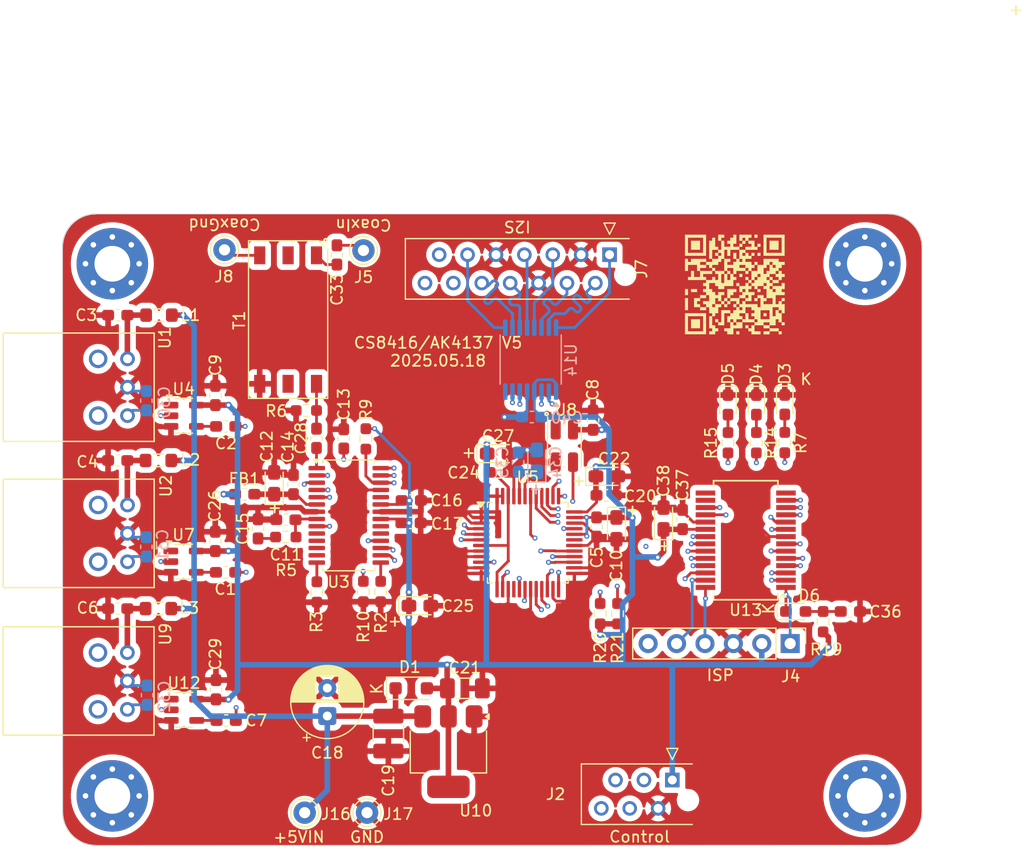
<source format=kicad_pcb>
(kicad_pcb (version 20241229) (generator "pcbnew") (generator_version "9.0")
  (layers (0 "F.Cu" mixed) (4 "In1.Cu" signal) (6 "In2.Cu" signal) (2 "B.Cu" mixed) (13 "F.Paste" user) (15 "B.Paste" user) (5 "F.SilkS" user "F.Silkscreen") (7 "B.SilkS" user "B.Silkscreen") (1 "F.Mask" user) (3 "B.Mask" user) (25 "Edge.Cuts" user))
  (net 0 "")
  (net 1 "Net-(U3-RXP1)")
  (net 2 "GND")
  (net 3 "SCL")
  (net 4 "SDA")
  (net 5 "Net-(U3-RXP0)")
  (net 6 "RESET")
  (net 7 "Net-(U1-VCC)")
  (net 8 "BCKA")
  (net 9 "LRCKA")
  (net 10 "SDOUTA")
  (net 11 "Net-(U5B-DV18)")
  (net 12 "Net-(U2-VCC)")
  (net 13 "Net-(U9-VCC)")
  (net 14 "Net-(U3-RXP2)")
  (net 15 "+5V")
  (net 16 "Net-(U3-FILT)")
  (net 17 "MCLKA")
  (net 18 "Net-(U3-VA)")
  (net 19 "Net-(U3-RXN)")
  (net 20 "Net-(C28-Pad1)")
  (net 21 "Net-(U3-RXP3)")
  (net 22 "Net-(C33-Pad2)")
  (net 23 "Net-(U1-VOUT)")
  (net 24 "Net-(C1-Pad1)")
  (net 25 "Net-(C2-Pad2)")
  (net 26 "Net-(C7-Pad1)")
  (net 27 "Net-(U2-VOUT)")
  (net 28 "Net-(U9-VOUT)")
  (net 29 "Net-(C15-Pad2)")
  (net 30 "Net-(J5-Pin_1)")
  (net 31 "Net-(D6-A)")
  (net 32 "+3.3V")
  (net 33 "Net-(D6-K)")
  (net 34 "Net-(D4-A)")
  (net 35 "Net-(D5-A)")
  (net 36 "RC0{slash}CHA")
  (net 37 "RC1{slash}CHB")
  (net 38 "RC2{slash}SW")
  (net 40 "ICSPDAT")
  (net 41 "ICSPCLK")
  (net 43 "Net-(J8-Pin_1)")
  (net 44 "Net-(U3-AD1{slash}CDIN{slash}~{AUDIO})")
  (net 45 "Net-(U3-AD0{slash}~{CS}{slash}NV{slash}RERR)")
  (net 46 "Net-(U3-SDOUT)")
  (net 47 "Net-(U3-U{slash}AD2{slash}GPO2)")
  (net 48 "Net-(U5A-TDMI{slash}OMCLK{slash}XTI)")
  (net 56 "Net-(U3-OSCLK)")
  (net 57 "Net-(U3-OLRCK)")
  (net 59 "DITHER")
  (net 61 "CM0")
  (net 62 "CM1")
  (net 63 "CM2")
  (net 64 "ODIF1")
  (net 65 "ODIF0")
  (net 66 "CM3")
  (net 69 "OBIT0")
  (net 70 "OBIT1")
  (net 71 "SRCEN")
  (net 72 "Net-(D3-A)")
  (net 75 "Net-(U13-RA5)")
  (net 76 "Net-(U13-RA6)")
  (net 77 "Net-(U13-RA7)")
  (net 81 "/BCLK+")
  (net 82 "/MCLK-")
  (net 83 "/MCLK+")
  (net 84 "/LRCLK+")
  (net 85 "/DATAIN-")
  (net 86 "/BCLK-")
  (net 87 "/DATAIN+")
  (net 88 "/LRCLK-")
  (footprint "Capacitor_SMD:C_0603_1608Metric_Pad1.08x0.95mm_HandSolder" (layer "F.Cu") (at 114.1487 66.1924)
    (property "Reference" "C3")
    (property "Value" "1uF")
  )
  (footprint "Capacitor_SMD:C_0603_1608Metric_Pad1.08x0.95mm_HandSolder" (layer "F.Cu") (at 114.1465 79.1972)
    (property "Reference" "C4")
    (property "Value" "1uF")
  )
  (footprint "kicad-snk:PLR135-T10_PLT133-T10W" (layer "F.Cu") (at 112.395 85.725 90)
    (property "Reference" "U2")
    (property "Value" "PLR237/T10BK")
  )
  (footprint "MountingHole:MountingHole_3.2mm_M3_Pad_Via" (layer "F.Cu") (at 113.665 61.595)
    (property "Reference" "H1" (hide yes))
    (property "Value" "MountingHole")
  )
  (footprint "Capacitor_Tantalum_SMD:CP_EIA-2012-12_Kemet-R_HandSolder" (layer "F.Cu") (at 128.143 81.2423 90)
    (property "Reference" "C12")
    (property "Value" "10uF")
  )
  (footprint "Oscillator:Oscillator_SMD_EuroQuartz_XO32-4Pin_3.2x2.5mm_RotB_HandSoldering" (layer "F.Cu") (at 154.0956 77.8996 -90)
    (property "Reference" "U8")
    (property "Value" "24.576/49.152MHz")
  )
  (footprint "Capacitor_SMD:C_0603_1608Metric_Pad1.08x0.95mm_HandSolder" (layer "F.Cu") (at 156.6672 75.5915 90)
    (property "Reference" "C8")
    (property "Value" "1uF")
  )
  (footprint "Capacitor_SMD:C_1210_3225Metric_Pad1.33x2.70mm_HandSolder" (layer "F.Cu") (at 138.3538 103.6451 -90)
    (property "Reference" "C19")
    (property "Value" "22uF/25V")
  )
  (footprint "Connector_Pin:Pin_D1.0mm_L10.0mm" (layer "F.Cu") (at 130.869685 110.7186)
    (property "Reference" "J16")
    (property "Value" "+5VIN")
  )
  (footprint "Capacitor_SMD:C_1206_3216Metric_Pad1.33x1.80mm_HandSolder" (layer "F.Cu") (at 145.1995 99.5934)
    (property "Reference" "C21")
    (property "Value" "10uF/50V")
  )
  (footprint "Capacitor_SMD:C_0603_1608Metric_Pad1.08x0.95mm_HandSolder" (layer "F.Cu") (at 123.8112 76.1492 180)
    (property "Reference" "C2")
    (property "Value" "10nF")
  )
  (footprint "kicad-snk:PLR135-T10_PLT133-T10W" (layer "F.Cu") (at 112.395 72.644 90)
    (property "Reference" "U1")
    (property "Value" "PLR237/T10BK")
  )
  (footprint "MountingHole:MountingHole_3.2mm_M3_Pad_Via" (layer "F.Cu") (at 180.975 109.22)
    (property "Reference" "H3" (hide yes))
    (property "Value" "MountingHole")
  )
  (footprint "MountingHole:MountingHole_3.2mm_M3_Pad_Via" (layer "F.Cu") (at 180.975 61.595)
    (property "Reference" "H2" (hide yes))
    (property "Value" "MountingHole")
  )
  (footprint "Capacitor_SMD:C_0603_1608Metric_Pad1.08x0.95mm_HandSolder" (layer "F.Cu") (at 129.8702 81.3581 90)
    (property "Reference" "C14")
    (property "Value" "1uF")
  )
  (footprint "Capacitor_SMD:C_0603_1608Metric_Pad1.08x0.95mm_HandSolder" (layer "F.Cu") (at 122.8852 73.3817 90)
    (property "Reference" "C9")
    (property "Value" "1uF")
  )
  (footprint "Capacitor_SMD:C_0603_1608Metric_Pad1.08x0.95mm_HandSolder" (layer "F.Cu") (at 122.8725 86.4423 90)
    (property "Reference" "C26")
    (property "Value" "1uF")
  )
  (footprint "LED_SMD:LED_0603_1608Metric_Pad1.05x0.95mm_HandSolder" (layer "F.Cu") (at 171.2722 74.2214 -90)
    (property "Reference" "D4")
    (property "Value" "LED")
  )
  (footprint "LED_SMD:LED_0603_1608Metric_Pad1.05x0.95mm_HandSolder" (layer "F.Cu") (at 168.7322 74.2214 -90)
    (property "Reference" "D5")
    (property "Value" "LED")
  )
  (footprint "Resistor_SMD:R_0603_1608Metric_Pad0.98x0.95mm_HandSolder" (layer "F.Cu") (at 171.2722 77.6129 90)
    (property "Reference" "R14")
    (property "Value" "330R")
  )
  (footprint "Resistor_SMD:R_0603_1608Metric_Pad0.98x0.95mm_HandSolder" (layer "F.Cu") (at 168.7322 77.6129 90)
    (property "Reference" "R15")
    (property "Value" "330R")
  )
  (footprint "Capacitor_SMD:C_0603_1608Metric_Pad1.08x0.95mm_HandSolder" (layer "F.Cu") (at 125.5025 82.2198 180)
    (property "Reference" "FB1")
    (property "Value" "1 kOhms@100 MHz")
  )
  (footprint "Inductor_SMD:L_0805_2012Metric_Pad1.05x1.20mm_HandSolder" (layer "F.Cu") (at 117.8376 66.1924)
    (property "Reference" "L1")
    (property "Value" "47uH")
  )
  (footprint "Inductor_SMD:L_0805_2012Metric_Pad1.05x1.20mm_HandSolder" (layer "F.Cu") (at 117.7868 79.1972)
    (property "Reference" "L2")
    (property "Value" "47uH")
  )
  (footprint "Package_TO_SOT_SMD:SOT-223-3_TabPin2" (layer "F.Cu") (at 143.7263 105.2572 -90)
    (property "Reference" "U10")
    (property "Value" "TLV1117-33")
  )
  (footprint "Capacitor_SMD:C_0603_1608Metric_Pad1.08x0.95mm_HandSolder" (layer "F.Cu") (at 131.9276 77.216 -90)
    (property "Reference" "C28")
    (property "Value" "10nF")
  )
  (footprint "Connector_Pin:Pin_D1.0mm_L10.0mm" (layer "F.Cu") (at 136.127327 60.4012)
    (property "Reference" "J5")
    (property "Value" "COAXIN")
  )
  (footprint "Connector_Pin:Pin_D1.0mm_L10.0mm" (layer "F.Cu") (at 123.698 60.3504)
    (property "Reference" "J8")
    (property "Value" "COAXGND")
  )
  (footprint "Resistor_SMD:R_0603_1608Metric_Pad0.98x0.95mm_HandSolder" (layer "F.Cu") (at 131.0151 74.7257)
    (property "Reference" "R6")
    (property "Value" "75R")
  )
  (footprint "Capacitor_SMD:C_0603_1608Metric_Pad1.08x0.95mm_HandSolder" (layer "F.Cu") (at 114.1465 92.456)
    (property "Reference" "C6")
    (property "Value" "1uF")
  )
  (footprint "Capacitor_SMD:C_0603_1608Metric_Pad1.08x0.95mm_HandSolder" (layer "F.Cu") (at 122.936 99.715099 90)
    (property "Reference" "C29")
    (property "Value" "1uF")
  )
  (footprint "Inductor_SMD:L_0805_2012Metric_Pad1.05x1.20mm_HandSolder" (layer "F.Cu") (at 117.7868 92.456)
    (property "Reference" "L3")
    (property "Value" "47uH")
  )
  (footprint "kicad-snk:PLR135-T10_PLT133-T10W" (layer "F.Cu") (at 112.3812 98.933 90)
    (property "Reference" "U9")
    (property "Value" "PLR237/T10BK")
  )
  (footprint "Connector_Pin:Pin_D1.0mm_L10.0mm" (layer "F.Cu") (at 136.450352 110.7186)
    (property "Reference" "J17")
    (property "Value" "GND")
  )
  (footprint "MountingHole:MountingHole_3.2mm_M3_Pad_Via" (layer "F.Cu") (at 113.665 109.22)
    (property "Reference" "H4" (hide yes))
    (property "Value" "MountingHole")
  )
  (footprint "kicad-snk:DA100J" (layer "F.Cu") (at 129.3876 66.5892 180)
    (property "Reference" "T1")
    (property "Value" "Murata_DA103")
  )
  (footprint "Capacitor_SMD:C_0603_1608Metric_Pad1.08x0.95mm_HandSolder" (layer "F.Cu") (at 133.7564 60.8065 -90)
    (property "Reference" "C33")
    (property "Value" "100nF")
  )
  (footprint "Capacitor_SMD:C_0603_1608Metric_Pad1.08x0.95mm_HandSolder" (layer "F.Cu") (at 123.7985 89.2098)
    (property "Reference" "C1")
    (property "Value" "10nF")
  )
  (footprint "Capacitor_SMD:C_0603_1608Metric_Pad1.08x0.95mm_HandSolder" (layer "F.Cu") (at 123.8493 102.482599)
    (property "Reference" "C7")
    (property "Value" "10nF")
  )
  (footprint "Capacitor_SMD:C_0603_1608Metric_Pad1.08x0.95mm_HandSolder" (layer "F.Cu") (at 129.1855 84.5036)
    (property "Reference" "C11")
    (property "Value" "1nF/COG")
  )
  (footprint "Capacitor_SMD:C_0603_1608Metric_Pad1.08x0.95mm_HandSolder" (layer "F.Cu") (at 134.366 77.2679 90)
    (property "Reference" "C13")
    (property "Value" "10nF")
  )
  (footprint "Capacitor_SMD:C_0603_1608Metric_Pad1.08x0.95mm_HandSolder" (layer "F.Cu") (at 126.6952 85.3175 -90)
    (property "Reference" "C15")
    (property "Value" "22nF")
  )
  (footprint "Capacitor_SMD:C_0603_1608Metric_Pad1.08x0.95mm_HandSolder" (layer "F.Cu") (at 140.4101 82.7786)
    (property "Reference" "C16")
    (property "Value" "1uF")
  )
  (footprint "Capacitor_SMD:C_0603_1608Metric_Pad1.08x0.95mm_HandSolder" (layer "F.Cu") (at 140.3847 84.7852)
    (property "Reference" "C17")
    (property "Value" "1uF")
  )
  (footprint "Capacitor_Tantalum_SMD:CP_EIA-2012-12_Kemet-R_HandSolder" (layer "F.Cu") (at 141.1732 92.202)
    (property "Reference" "C25")
    (property "Value" "10uF")
  )
  (footprint "Resistor_SMD:R_0603_1608Metric_Pad0.98x0.95mm_HandSolder" (layer "F.Cu") (at 137.668 90.9301 -90)
    (property "Reference" "R2")
    (property "Value" "47k")
  )
  (footprint "Resistor_SMD:R_0603_1608Metric_Pad0.98x0.95mm_HandSolder" (layer "F.Cu") (at 131.959993 90.972 -90)
    (property "Reference" "R3")
    (property "Value" "47k")
  )
  (footprint "Resistor_SMD:R_0603_1608Metric_Pad0.98x0.95mm_HandSolder" (layer "F.Cu") (at 129.1825 86.053)
    (property "Reference" "R5")
    (property "Value" "3k")
  )
  (footprint "Resistor_SMD:R_0603_1608Metric_Pad0.98x0.95mm_HandSolder" (layer "F.Cu") (at 136.341493 77.2725 90)
    (property "Reference" "R9")
    (property "Value" "47k")
  )
  (footprint "Resistor_SMD:R_0603_1608Metric_Pad0.98x0.95mm_HandSolder" (layer "F.Cu") (at 136.1186 90.9301 90)
    (property "Reference" "R10")
    (property "Value" "47k")
  )
  (footprint "Package_SO:TSSOP-28_4.4x9.7mm_P0.65mm" (layer "F.Cu") (at 134.812493 84.113)
    (property "Reference" "U3")
    (property "Value" "CS8416-xZZ")
  )
  (footprint "Package_TO_SOT_SMD:SOT-23-5" (layer "F.Cu") (at 120.0482 75.1967)
    (property "Reference" "U4")
    (property "Value" "74LVC1G17")
  )
  (footprint "Package_TO_SOT_SMD:SOT-23-5" (layer "F.Cu") (at 120.0355 88.2548)
    (property "Reference" "U7")
    (property "Value" "74LVC1G17")
  )
  (footprint "Package_TO_SOT_SMD:SOT-23-5" (layer "F.Cu") (at 120.071701 101.5136)
    (property "Reference" "U12")
    (property "Value" "74LVC1G17")
  )
  (footprint "Resistor_SMD:R_0603_1608Metric_Pad0.98x0.95mm_HandSolder" (layer "F.Cu") (at 158.8516 92.9113 90)
    (property "Reference" "R21")
    (property "Value" "1k3")
  )
  (footprint "Resistor_SMD:R_0603_1608Metric_Pad0.98x0.95mm_HandSolder" (layer "F.Cu") (at 173.8122 77.5989 90)
    (property "Reference" "R7")
    (property "Value" "330R")
  )
  (footprint "Capacitor_SMD:C_0603_1608Metric_Pad1.08x0.95mm_HandSolder" (layer "F.Cu") (at 156.9782 85.1603 90)
    (property "Reference" "C5")
    (property "Value" "1uF")
  )
  (footprint "Capacitor_THT:CP_Radial_D6.3mm_P2.50mm" (layer "F.Cu") (at 132.8928 102.068 90)
    (property "Reference" "C18")
    (property "Value" "220uF/10V")
  )
  (footprint "LOGO" (layer "F.Cu") (at 169.3418 63.4492)
    (property "Reference" "G***" (hide yes))
    (property "Value" "LOGO" (hide yes))
  )
  (footprint "Diode_SMD:D_0603_1608Metric_Pad1.05x0.95mm_HandSolder" (layer "F.Cu") (at 174.7936 92.716193)
    (property "Reference" "D6")
    (property "Value" "TS4148RCG")
  )
  (footprint "Capacitor_SMD:C_0603_1608Metric_Pad1.08x0.95mm_HandSolder" (layer "F.Cu") (at 148.2609 80.264 180)
    (property "Reference" "C24")
    (property "Value" "1uF")
  )
  (footprint "Connector_PinHeader_2.54mm:PinHeader_1x06_P2.54mm_Vertical" (layer "F.Cu") (at 174.2948 95.586393 -90)
    (property "Reference" "J4")
    (property "Value" "ISP")
  )
  (footprint "LED_SMD:LED_0603_1608Metric_Pad1.05x0.95mm_HandSolder" (layer "F.Cu") (at 173.8122 74.2074 -90)
    (property "Reference" "D3")
    (property "Value" "LED")
  )
  (footprint "Package_SO:SSOP-28_5.3x10.2mm_P0.65mm" (layer "F.Cu") (at 170.3189 86.3378 180)
    (property "Reference" "U13")
    (property "Value" "PIC16F18056-I/SS")
  )
  (footprint "Capacitor_Tantalum_SMD:CP_EIA-2012-12_Kemet-R_HandSolder" (layer "F.Cu") (at 162.9711 84.3911 90)
    (property "Reference" "C38")
    (property "Value" "10uF")
  )
  (footprint "Capacitor_SMD:C_0603_1608Metric_Pad1.08x0.95mm_HandSolder" (layer "F.Cu") (at 157.837 82.3166 180)
    (property "Reference" "C20")
    (property "Value" "1uF")
  )
  (footprint "Capacitor_SMD:C_0603_1608Metric_Pad1.08x0.95mm_HandSolder" (layer "F.Cu") (at 164.6729 84.4807 90)
    (property "Reference" "C37")
    (property "Value" "1uF")
  )
  (footprint "Connector_TE-Connectivity:TE_Micro-MaTch_215079-6_2x03_P1.27mm_Vertical" (layer "F.Cu") (at 163.7538 107.7976 -90)
    (property "Reference" "J2")
    (property "Value" "TE MicroMatch")
  )
  (footprint "Resistor_SMD:R_0603_1608Metric_Pad0.98x0.95mm_HandSolder" (layer "F.Cu") (at 177.2434 93.628693 90)
    (property "Reference" "R19")
    (property "Value" "4.7k")
  )
  (footprint "Diode_SMD:D_SOD-123F" (layer "F.Cu") (at 140.4019 99.5934)
    (property "Reference" "D1")
    (property "Value" "SM4002PL-TP")
  )
  (footprint "Resistor_SMD:R_0603_1608Metric_Pad0.98x0.95mm_HandSolder" (layer "F.Cu") (at 157.3022 92.9113 90)
    (property "Reference" "R20")
    (property "Value" "1k3")
  )
  (footprint "Connector_TE-Connectivity:TE_Micro-MaTch_1-215079-4_2x07_P1.27mm_Vertical" (layer "F.Cu") (at 158.1404 60.7822 -90)
    (property "Reference" "J7")
    (property "Value" "Conn_01x15")
  )
  (footprint "Capacitor_Tantalum_SMD:CP_EIA-2012-12_Kemet-R_HandSolder" (layer "F.Cu") (at 157.8987 80.6196)
    (property "Reference" "C22")
    (property "Value" "10uF")
  )
  (footprint "Capacitor_SMD:C_0603_1608Metric_Pad1.08x0.95mm_HandSolder" (layer "F.Cu") (at 179.6807 92.716193)
    (property "Reference" "C36")
    (property "Value" "10nF")
  )
  (footprint "Capacitor_Tantalum_SMD:CP_EIA-2012-12_Kemet-R_HandSolder" (layer "F.Cu") (at 148.1713 78.5876)
    (property "Reference" "C27")
    (property "Value" "10uF")
  )
  (footprint "Capacitor_Tantalum_SMD:CP_EIA-2012-12_Kemet-R_HandSolder" (layer "F.Cu") (at 158.7562 85.2776 -90)
    (property "Reference" "C10")
    (property "Value" "10uF")
  )
  (footprint "Package_QFP:LQFP-48_7x7mm_P0.5mm" (layer "F.Cu") (at 150.8283 86.5558)
    (property "Reference" "U5")
    (property "Value" "AK4137")
  )
  (footprint "Capacitor_SMD:C_0603_1608Metric_Pad1.08x0.95mm_HandSolder" (layer "B.Cu") (at 116.713 73.8505 -90)
    (property "Reference" "C30")
    (property "Value" "30pF")
  )
  (footprint "Capacitor_SMD:C_0603_1608Metric_Pad1.08x0.95mm_HandSolder" (layer "B.Cu") (at 116.713 86.9315 -90)
    (property "Reference" "C31")
    (property "Value" "30pF")
  )
  (footprint "Capacitor_SMD:C_0603_1608Metric_Pad1.08x0.95mm_HandSolder" (layer "B.Cu") (at 116.7765 100.203 -90)
    (property "Reference" "C32")
    (property "Value" "30pF")
  )
  (footprint "Capacitor_SMD:C_0603_1608Metric_Pad1.08x0.95mm_HandSolder" (layer "B.Cu") (at 151.1819 75.311 180)
    (property "Reference" "C40")
    (property "Value" "1uF")
  )
  (footprint "Package_SO:TSSOP-16_4.4x5mm_P0.65mm" (layer "B.Cu") (at 151.0844 70.1725 90)
    (property "Reference" "U14")
    (property "Value" "FIN1047")
  )
  (footprint "Capacitor_SMD:C_0603_1608Metric_Pad1.08x0.95mm_HandSolder" (layer "B.Cu") (at 149.9616 79.3507 -90)
    (property "Reference" "C35")
    (property "Value" "1uF")
  )
  (footprint "Capacitor_Tantalum_SMD:CP_EIA-2012-12_Kemet-R_HandSolder" (layer "B.Cu") (at 151.638 79.2357 90)
    (property "Reference" "C34")
    (property "Value" "10uF")
  )
  (gr_line (start 109.22 110.65467) (end 109.204926 60.134926) (stroke (width 0.05)) (layer "Edge.Cuts"))
  (gr_line (start 112.204926 57.134926) (end 183.09548 57.13492) (stroke (width 0.05)) (layer "Edge.Cuts"))
  (gr_arc (start 109.204926 60.134926) (mid 110.0836 58.0136) (end 112.204926 57.134926) (stroke (width 0.1)) (layer "Edge.Cuts"))
  (gr_arc (start 183.09548 57.13492) (mid 185.216806 58.013594) (end 186.09548 60.13492) (stroke (width 0.1)) (layer "Edge.Cuts"))
  (gr_line (start 186.09548 60.13492) (end 186.09547 110.629274) (stroke (width 0.05)) (layer "Edge.Cuts"))
  (gr_arc (start 186.09547 110.629274) (mid 185.216796 112.7506) (end 183.09547 113.629274) (stroke (width 0.1)) (layer "Edge.Cuts"))
  (gr_arc (start 112.22 113.65467) (mid 110.098674 112.775996) (end 109.22 110.65467) (stroke (width 0.1)) (layer "Edge.Cuts"))
  (gr_line (start 183.09547 113.629274) (end 112.22 113.65467) (stroke (width 0.05)) (layer "Edge.Cuts"))
  (gr_text "Control" (at 160.8328 112.8776 0) (layer "F.SilkS") (effects (font (size 1 1))))
  (gr_text "CoaxGnd" (at 123.698 58.0644 180) (layer "F.SilkS") (effects (font (size 1 1))))
  (gr_text "GND" (at 136.4488 112.903 0) (layer "F.SilkS") (effects (font (size 1 1))))
  (gr_text "+" (at 162.9711 86.8672 90) (layer "F.SilkS") (effects (font (size 1 1))))
  (gr_text "+" (at 160.1216 83.693 90) (layer "F.SilkS") (effects (font (size 1 1))))
  (gr_text "+" (at 145.4658 78.5368 90) (layer "F.SilkS") (effects (font (size 1 1))))
  (gr_text "+" (at 128.1176 83.4644 90) (layer "F.SilkS") (effects (font (size 1 1))))
  (gr_text "+5VIN" (at 130.3528 112.903 0) (layer "F.SilkS") (effects (font (size 1 1))))
  (gr_text "CS8416/AK4137 V5\n2025.05.18" (at 142.7988 69.469 0) (layer "F.SilkS") (effects (font (size 1 1))))
  (gr_text "I2S" (at 149.8854 58.2676 180) (layer "F.SilkS") (effects (font (size 1 1))))
  (gr_text "+" (at 194.4878 38.8366 0) (layer "F.SilkS") (effects (font (size 1 1))))
  (gr_text "°" (at 132.7404 59.8932 0) (layer "F.SilkS") (effects (font (size 1 1))))
  (gr_text "K" (at 137.3124 99.6188 90) (layer "F.SilkS") (effects (font (size 1 1))))
  (gr_text "+" (at 155.3972 80.9752 0) (layer "F.SilkS") (effects (font (size 1 1))))
  (gr_text "K" (at 172.3577 92.4552 90) (layer "F.SilkS") (effects (font (size 1 1))))
  (gr_text "+" (at 138.938 93.5482 0) (layer "F.SilkS") (effects (font (size 1 1))))
  (gr_text "ISP" (at 168.0464 98.425 0) (layer "F.SilkS") (effects (font (size 1 1))))
  (gr_text "K" (at 175.7172 71.9328 0) (layer "F.SilkS") (effects (font (size 1 1))))
  (gr_text "CoaxIn" (at 136.127327 58.1152 180) (layer "F.SilkS") (effects (font (size 1 1))))
  (gr_text "°" (at 152.5078 75.438 0) (layer "F.SilkS") (effects (font (size 1 1))))
  (gr_text "+" (at 151.638 81.788 -90) (layer "B.SilkS") (effects (font (size 1 1)) (justify mirror)))
  (segment (start 130.9782 81.188) (end 130.8354 81.3308) (width 0.25) (layer "F.Cu") (net 1))
  (segment (start 125.6234 89.2098) (end 125.6284 89.2048) (width 0.25) (layer "F.Cu") (net 1))
  (segment (start 124.661 89.2098) (end 125.6234 89.2098) (width 0.25) (layer "F.Cu") (net 1))
  (segment (start 131.949993 81.188) (end 130.9782 81.188) (width 0.25) (layer "F.Cu") (net 1))
  (via (at 125.6284 89.2048) (size 0.45) (drill 0.225) (layers "F.Cu" "B.Cu") (net 1))
  (via (at 130.8354 81.3308) (size 0.45) (drill 0.225) (layers "F.Cu" "B.Cu") (net 1))
  (segment (start 154.9908 84.8058) (end 155.793986 84.8058) (width 0.25) (layer "F.Cu") (net 2))
  (segment (start 172.449 86.0128) (end 171.6278 85.1916) (width 0.25) (layer "F.Cu") (net 2))
  (segment (start 153.0783 90.7183) (end 153.0783 91.524978) (width 0.25) (layer "F.Cu") (net 2))
  (segment (start 149.0783 93.6949) (end 148.8948 93.8784) (width 0.25) (layer "F.Cu") (net 2))
  (segment (start 149.5783 80.7189) (end 149.1234 80.264) (width 0.25) (layer "F.Cu") (net 2))
  (segment (start 130.8542 83.788) (end 130.4798 83.4136) (width 0.5) (layer "F.Cu") (net 2))
  (segment (start 145.7658 84.8058) (end 145.034 84.074) (width 0.25) (layer "F.Cu") (net 2))
  (segment (start 135.8392 81.8388) (end 135.84 81.838) (width 0.25) (layer "F.Cu") (net 2))
  (segment (start 141.2472 84.7852) (end 141.2472 83.7946) (width 0.5) (layer "F.Cu") (net 2))
  (segment (start 151.0783 92.8615) (end 151.5872 93.3704) (width 0.25) (layer "F.Cu") (net 2))
  (segment (start 153.348922 91.7956) (end 154.7876 91.7956) (width 0.25) (layer "F.Cu") (net 2))
  (segment (start 146.6658 83.8058) (end 146.6658 84.3058) (width 0.25) (layer "F.Cu") (net 2))
  (segment (start 146.6658 88.8058) (end 144.728 88.8058) (width 0.25) (layer "F.Cu") (net 2))
  (segment (start 154.9908 88.8058) (end 156.7614 88.8058) (width 0.25) (layer "F.Cu") (net 2))
  (segment (start 128.323 84.5036) (end 128.323 83.4412) (width 0.5) (layer "F.Cu") (net 2))
  (segment (start 146.6658 84.3058) (end 146.6658 84.8058) (width 0.25) (layer "F.Cu") (net 2))
  (segment (start 149.0783 90.7183) (end 149.0783 93.6949) (width 0.25) (layer "F.Cu") (net 2))
  (segment (start 149.1234 78.9686) (end 149.1488 78.9432) (width 0.5) (layer "F.Cu") (net 2))
  (segment (start 128.323 84.5036) (end 126.7438 84.5036) (width 0.5) (layer "F.Cu") (net 2))
  (segment (start 144.673018 87.8058) (end 143.193909 86.326691) (width 0.25) (layer "F.Cu") (net 2))
  (segment (start 146.6658 87.8058) (end 144.673018 87.8058) (width 0.25) (layer "F.Cu") (net 2))
  (segment (start 166.7189 84.7128) (end 165.6169 84.7128) (width 0.25) (layer "F.Cu") (net 2))
  (segment (start 126.6952 84.455) (end 126.6952 83.4136) (width 0.5) (layer "F.Cu") (net 2))
  (segment (start 146.6658 87.3058) (end 144.173018 87.3058) (width 0.25) (layer "F.Cu") (net 2))
  (segment (start 141.2406 83.788) (end 141.2472 83.7946) (width 0.5) (layer "F.Cu") (net 2))
  (segment (start 158.7562 86.2526) (end 157.208 86.2526) (width 0.5) (layer "F.Cu") (net 2))
  (segment (start 144.228 89.3058) (end 146.6658 89.3058) (width 0.25) (layer "F.Cu") (net 2))
  (segment (start 126.6952 83.4136) (end 125.0188 83.4136) (width 0.5) (layer "F.Cu") (net 2))
  (segment (start 151.0783 90.7183) (end 151.0783 92.8615) (width 0.25) (layer "F.Cu") (net 2))
  (segment (start 131.949993 83.788) (end 130.8542 83.788) (width 0.5) (layer "F.Cu") (net 2))
  (segment (start 141.2472 83.7946) (end 141.2472 82.804) (width 0.5) (layer "F.Cu") (net 2))
  (segment (start 125.0188 83.4136) (end 124.3838 84.0486) (width 0.5) (layer "F.Cu") (net 2))
  (segment (start 156.7614 88.8058) (end 156.7688 88.7984) (width 0.25) (layer "F.Cu") (net 2))
  (segment (start 144.173018 87.3058) (end 143.193909 86.326691) (width 0.25) (layer "F.Cu") (net 2))
  (segment (start 146.6658 84.8058) (end 145.7658 84.8058) (width 0.25) (layer "F.Cu") (net 2))
  (segment (start 157.208 86.2526) (end 156.9782 86.0228) (width 0.5) (layer "F.Cu") (net 2))
  (segment (start 150.5783 82.3933) (end 150.5783 81.2221) (width 0.25) (layer "F.Cu") (net 2))
  (segment (start 149.1488 80.2386) (end 149.1234 80.264) (width 0.5) (layer "F.Cu") (net 2))
  (segment (start 150.1902 79.1972) (end 150.9014 79.1972) (width 0.5) (layer "F.Cu") (net 2))
  (segment (start 155.793986 84.8058) (end 156.9782 85.990014) (width 0.25) (layer "F.Cu") (net 2))
  (segment (start 141.2472 82.804) (end 141.2726 82.7786) (width 0.5) (layer "F.Cu") (net 2))
  (segment (start 146.6658 84.3058) (end 145.9008 84.3058) (width 0.25) (layer "F.Cu") (net 2))
  (segment (start 150.5783 81.2221) (end 151.5872 80.2132) (width 0.25) (layer "F.Cu") (net 2))
  (segment (start 154.9908 86.8058) (end 156.1952 86.8058) (width 0.25) (layer "F.Cu") (net 2))
  (segment (start 149.1488 78.5876) (end 149.1488 80.2386) (width 0.5) (layer "F.Cu") (net 2))
  (segment (start 128.2954 83.4136) (end 126.6952 83.4136) (width 0.5) (layer "F.Cu") (net 2))
  (segment (start 128.323 83.4412) (end 128.2954 83.4136) (width 0.5) (layer "F.Cu") (net 2))
  (segment (start 153.3206 79.3496) (end 152.3746 79.3496) (width 0.5) (layer "F.Cu") (net 2))
  (segment (start 148.0783 82.3933) (end 148.5783 82.3933) (width 0.25) (layer "F.Cu") (net 2))
  (segment (start 153.0783 91.524978) (end 153.348922 91.7956) (width 0.25) (layer "F.Cu") (net 2))
  (segment (start 130.4798 83.4136) (end 128.2954 83.4136) (width 0.5) (layer "F.Cu") (net 2))
  (segment (start 149.1234 80.264) (end 150.1902 79.1972) (width 0.5) (layer "F.Cu") (net 2))
  (segment (start 144.9832 83.3882) (end 145.9008 84.3058) (width 0.25) (layer "F.Cu") (net 2))
  (segment (start 137.674993 81.838) (end 135.84 81.838) (width 0.25) (layer "F.Cu") (net 2))
  (segment (start 149.5783 82.3933) (end 149.5783 80.7189) (width 0.25) (layer "F.Cu") (net 2))
  (segment (start 156.1952 86.8058) (end 156.9782 86.0228) (width 0.25) (layer "F.Cu") (net 2))
  (segment (start 144.728 88.8058) (end 144.228 89.3058) (width 0.25) (layer "F.Cu") (net 2))
  (segment (start 173.9189 86.0128) (end 172.449 86.0128) (width 0.25) (layer "F.Cu") (net 2))
  (segment (start 156.9782 85.990014) (end 156.9782 86.0228) (width 0.25) (layer "F.Cu") (net 2))
  (segment (start 126.7438 84.5036) (end 126.6952 84.455) (width 0.5) (layer "F.Cu") (net 2))
  (segment (start 165.6169 84.7128) (end 164.6729 83.7688) (width 0.25) (layer "F.Cu") (net 2))
  (segment (start 152.3746 79.3496) (end 151.511 78.486) (width 0.5) (layer "F.Cu") (net 2))
  (segment (start 164.6729 83.7688) (end 164.6729 83.6182) (width 0.25) (layer "F.Cu") (net 2))
  (segment (start 137.674993 83.788) (end 141.2406 83.788) (width 0.5) (layer "F.Cu") (net 2))
  (via (at 148.7424 75.311) (size 0.6) (drill 0.3) (layers "F.Cu" "B.Cu") (net 2))
  (via (at 150.7744 78.2582) (size 0.6) (drill 0.3) (layers "F.Cu" "B.Cu") (net 2))
  (segment (start 116.713 86.069) (end 115.369 86.069) (width 0.25) (layer "B.Cu") (net 2))
  (segment (start 116.713 72.988) (end 115.369 72.988) (width 0.25) (layer "B.Cu") (net 2))
  (segment (start 150.7744 78.2582) (end 150.1916 78.2582) (width 0.5) (layer "B.Cu") (net 2))
  (segment (start 115.369 72.988) (end 115.025 72.644) (width 0.25) (layer "B.Cu") (net 2))
  (segment (start 115.4187 99.3405) (end 115.0112 98.933) (width 0.25) (layer "B.Cu") (net 2))
  (segment (start 150.7594 74.871) (end 150.3194 75.311) (width 0.25) (layer "B.Cu") (net 2))
  (segment (start 150.1916 78.2582) (end 149.9616 78.4882) (width 0.5) (layer "B.Cu") (net 2))
  (segment (start 151.638 78.2582) (end 150.7744 78.2582) (width 0.5) (layer "B.Cu") (net 2))
  (segment (start 150.3194 75.311) (end 148.7424 75.311) (width 0.5) (layer "B.Cu") (net 2))
  (segment (start 116.7765 99.3405) (end 115.4187 99.3405) (width 0.25) (layer "B.Cu") (net 2))
  (segment (start 150.7594 73.035) (end 150.7594 74.871) (width 0.25) (layer "B.Cu") (net 2))
  (segment (start 115.369 86.069) (end 115.025 85.725) (width 0.25) (layer "B.Cu") (net 2))
  (segment (start 158.8516 90.477) (end 158.8262 90.4516) (width 0.25) (layer "F.Cu") (net 3))
  (segment (start 137.674993 87.688) (end 138.4626 87.688) (width 0.25) (layer "F.Cu") (net 3))
  (segment (start 158.8516 91.9988) (end 158.8516 90.477) (width 0.25) (layer "F.Cu") (net 3))
  (segment (start 167.9948 83.4128) (end 167.9956 83.4136) (width 0.25) (layer "F.Cu") (net 3))
  (segment (start 166.7189 83.4128) (end 167.9948 83.4128) (width 0.25) (layer "F.Cu") (net 3))
  (segment (start 150.5783 90.7183) (end 150.5783 91.6948) (width 0.25) (layer "F.Cu") (net 3))
  (segment (start 150.5783 91.6948) (end 150.5283 91.7448) (width 0.25) (layer "F.Cu") (net 3))
  (segment (start 138.4626 87.688) (end 138.9126 88.138) (width 0.25) (layer "F.Cu") (net 3))
  (via (at 138.9126 88.138) (size 0.45) (drill 0.225) (layers "F.Cu" "B.Cu") (net 3))
  (via (at 167.9956 83.4136) (size 0.45) (drill 0.225) (layers "F.Cu" "B.Cu") (net 3))
  (via (at 158.8262 90.4516) (size 0.45) (drill 0.225) (layers "F.Cu" "B.Cu") (net 3))
  (via (at 150.5283 91.7448) (size 0.45) (drill 0.225) (layers "F.Cu" "B.Cu") (net 3))
  (segment (start 137.674993 87.038) (end 138.590418 87.038) (width 0.25) (layer "F.Cu") (net 4))
  (segment (start 157.3022 91.9988) (end 157.3022 90.9766) (width 0.25) (layer "F.Cu") (net 4))
  (segment (start 138.590418 87.038) (end 138.768109 87.215691) (width 0.25) (layer "F.Cu") (net 4))
  (segment (start 166.7189 84.0628) (end 168.5344 84.0628) (width 0.25) (layer "F.Cu") (net 4))
  (segment (start 168.5344 84.0628) (end 168.5456 84.074) (width 0.25) (layer "F.Cu") (net 4))
  (segment (start 150.0783 89.7787) (end 150.0632 89.7636) (width 0.25) (layer "F.Cu") (net 4))
  (segment (start 150.0783 90.7183) (end 150.0783 89.7787) (width 0.25) (layer "F.Cu") (net 4))
  (via (at 168.5456 84.074) (size 0.45) (drill 0.225) (layers "F.Cu" "B.Cu") (net 4))
  (via (at 157.3022 90.9766) (size 0.45) (drill 0.225) (layers "F.Cu" "B.Cu") (net 4))
  (via (at 138.768109 87.215691) (size 0.45) (drill 0.225) (layers "F.Cu" "B.Cu") (net 4))
  (via (at 150.0632 89.7636) (size 0.45) (drill 0.225) (layers "F.Cu" "B.Cu") (net 4))
  (segment (start 124.6737 76.1492) (end 125.5414 76.1492) (width 0.25) (layer "F.Cu") (net 5))
  (segment (start 131.950793 81.8388) (end 131.949993 81.838) (width 0.25) (layer "F.Cu") (net 5))
  (segment (start 132.9436 81.8388) (end 131.950793 81.8388) (width 0.25) (layer "F.Cu") (net 5))
  (via (at 125.5414 76.1492) (size 0.45) (drill 0.225) (layers "F.Cu" "B.Cu") (net 5))
  (via (at 132.9436 81.8388) (size 0.45) (drill 0.225) (layers "F.Cu" "B.Cu") (net 5))
  (segment (start 165.411632 89.2628) (end 164.898878 89.775554) (width 0.25) (layer "F.Cu") (net 6))
  (segment (start 148.5783 90.7183) (end 148.5783 89.6229) (width 0.25) (layer "F.Cu") (net 6))
  (segment (start 166.7189 89.2628) (end 165.411632 89.2628) (width 0.25) (layer "F.Cu") (net 6))
  (segment (start 164.898878 89.775554) (end 164.898878 89.784053) (width 0.25) (layer "F.Cu") (net 6))
  (segment (start 133.094 85.088) (end 133.096 85.09) (width 0.25) (layer "F.Cu") (net 6))
  (segment (start 131.949993 85.088) (end 133.094 85.088) (width 0.25) (layer "F.Cu") (net 6))
  (segment (start 148.5783 89.6229) (end 148.9964 89.2048) (width 0.25) (layer "F.Cu") (net 6))
  (via (at 148.9964 89.2048) (size 0.45) (drill 0.225) (layers "F.Cu" "B.Cu") (net 6))
  (via (at 133.096 85.09) (size 0.45) (drill 0.225) (layers "F.Cu" "B.Cu") (net 6))
  (via (at 164.898878 89.784053) (size 0.45) (drill 0.225) (layers "F.Cu" "B.Cu") (net 6))
  (segment (start 115.0112 70.0902) (end 115.025 70.104) (width 0.5) (layer "F.Cu") (net 7))
  (segment (start 115.0112 66.1924) (end 116.6876 66.1924) (width 0.5) (layer "F.Cu") (net 7))
  (segment (start 115.0112 66.1924) (end 115.0112 70.0902) (width 0.5) (layer "F.Cu") (net 7))
  (segment (start 154.9908 87.8058) (end 153.2402 87.8058) (width 0.25) (layer "F.Cu") (net 8))
  (segment (start 153.2362 87.8058) (end 153.0434 87.8058) (width 0.25) (layer "F.Cu") (net 8))
  (segment (start 153.2382 87.8078) (end 153.2362 87.8058) (width 0.25) (layer "F.Cu") (net 8))
  (segment (start 153.2402 87.8058) (end 153.2382 87.8078) (width 0.25) (layer "F.Cu") (net 8))
  (via (at 153.0434 87.8058) (size 0.45) (drill 0.225) (layers "F.Cu" "B.Cu") (net 8))
  (via (at 152.0444 74.1566) (size 0.45) (drill 0.225) (layers "F.Cu" "B.Cu") (net 8))
  (segment (start 152.0594 74.1416) (end 152.0444 74.1566) (width 0.25) (layer "B.Cu") (net 8))
  (segment (start 152.0594 73.035) (end 152.0594 74.1416) (width 0.25) (layer "B.Cu") (net 8))
  (segment (start 152.0124 87.2798) (end 151.9924 87.2998) (width 0.25) (layer "F.Cu") (net 9))
  (segment (start 153.287277 87.3058) (end 153.261277 87.2798) (width 0.25) (layer "F.Cu") (net 9))
  (segment (start 153.261277 87.2798) (end 152.0124 87.2798) (width 0.25) (layer "F.Cu") (net 9))
  (segment (start 154.9908 87.3058) (end 153.287277 87.3058) (width 0.25) (layer "F.Cu") (net 9))
  (via (at 149.4536 74.0156) (size 0.45) (drill 0.225) (layers "F.Cu" "B.Cu") (net 9))
  (via (at 151.9924 87.2998) (size 0.45) (drill 0.225) (layers "F.Cu" "B.Cu") (net 9))
  (segment (start 149.4594 74.0098) (end 149.4536 74.0156) (width 0.25) (layer "B.Cu") (net 9))
  (segment (start 149.4594 73.035) (end 149.4594 74.0098) (width 0.25) (layer "B.Cu") (net 9))
  (segment (start 153.261277 88.3318) (end 152.6954 88.3318) (width 0.25) (layer "F.Cu") (net 10))
  (segment (start 154.9908 88.3058) (end 153.287277 88.3058) (width 0.25) (layer "F.Cu") (net 10))
  (segment (start 153.287277 88.3058) (end 153.261277 88.3318) (width 0.25) (layer "F.Cu") (net 10))
  (segment (start 152.6954 88.3318) (end 152.6794 88.3158) (width 0.25) (layer "F.Cu") (net 10))
  (via (at 150.114 74.168) (size 0.45) (drill 0.225) (layers "F.Cu" "B.Cu") (net 10))
  (via (at 152.6794 88.3158) (size 0.45) (drill 0.225) (layers "F.Cu" "B.Cu") (net 10))
  (segment (start 150.1094 74.1634) (end 150.114 74.168) (width 0.25) (layer "B.Cu") (net 10))
  (segment (start 150.1094 73.035) (end 150.1094 74.1634) (width 0.25) (layer "B.Cu") (net 10))
  (segment (start 150.0783 82.3933) (end 150.0783 80.8585) (width 0.25) (layer "F.Cu") (net 11))
  (segment (start 150.0783 80.8585) (end 150.7236 80.2132) (width 0.25) (layer "F.Cu") (net 11))
  (via (at 150.7236 80.2132) (size 0.45) (drill 0.225) (layers "F.Cu" "B.Cu") (net 11))
  (segment (start 150.7236 80.2132) (end 151.638 80.2132) (width 0.5) (layer "B.Cu") (net 11))
  (segment (start 149.9616 80.2132) (end 150.7236 80.2132) (width 0.5) (layer "B.Cu") (net 11))
  (segment (start 116.6368 79.1972) (end 115.009 79.1972) (width 0.5) (layer "F.Cu") (net 12))
  (segment (start 115.009 83.169) (end 115.025 83.185) (width 0.5) (layer "F.Cu") (net 12))
  (segment (start 115.009 79.1972) (end 115.009 83.169) (width 0.5) (layer "F.Cu") (net 12))
  (segment (start 115.009 96.3908) (end 115.0112 96.393) (width 0.5) (layer "F.Cu") (net 13))
  (segment (start 115.009 92.456) (end 115.009 96.3908) (width 0.5) (layer "F.Cu") (net 13))
  (segment (start 116.6368 92.456) (end 115.009 92.456) (width 0.5) (layer "F.Cu") (net 13))
  (segment (start 132.9128 80.538) (end 132.9182 80.5434) (width 0.25) (layer "F.Cu") (net 14))
  (segment (start 131.949993 80.538) (end 132.9128 80.538) (width 0.25) (layer "F.Cu") (net 14))
  (segment (start 124.7394 101.3206) (end 124.7394 102.454999) (width 0.25) (layer "F.Cu") (net 14))
  (segment (start 124.7394 102.454999) (end 124.7118 102.482599) (width 0.25) (layer "F.Cu") (net 14))
  (via (at 124.7394 101.3206) (size 0.45) (drill 0.225) (layers "F.Cu" "B.Cu") (net 14))
  (via (at 132.9182 80.5434) (size 0.45) (drill 0.225) (layers "F.Cu" "B.Cu") (net 14))
  (segment (start 139.0019 101.4345) (end 138.3538 102.0826) (width 0.5) (layer "F.Cu") (net 15))
  (segment (start 139.0019 99.5934) (end 139.0019 101.4345) (width 0.5) (layer "F.Cu") (net 15))
  (segment (start 118.9368 79.1972) (end 119.9896 79.1972) (width 0.5) (layer "F.Cu") (net 15))
  (segment (start 138.3538 102.0826) (end 132.8928 102.0826) (width 0.5) (layer "F.Cu") (net 15))
  (segment (start 118.9368 92.456) (end 119.9896 92.456) (width 0.5) (layer "F.Cu") (net 15))
  (segment (start 141.4017 102.0826) (end 141.4263 102.1072) (width 0.5) (layer "F.Cu") (net 15))
  (segment (start 118.9368 66.1924) (end 119.9896 66.1924) (width 0.5) (layer "F.Cu") (net 15))
  (segment (start 138.3538 102.0826) (end 141.4017 102.0826) (width 0.5) (layer "F.Cu") (net 15))
  (via (at 119.9896 92.456) (size 0.6) (drill 0.3) (layers "F.Cu" "B.Cu") (net 15))
  (via (at 119.9896 66.1924) (size 0.6) (drill 0.3) (layers "F.Cu" "B.Cu") (net 15))
  (via (at 119.9896 79.1972) (size 0.6) (drill 0.3) (layers "F.Cu" "B.Cu") (net 15))
  (segment (start 120.9802 67.183) (end 119.9896 66.1924) (width 0.5) (layer "B.Cu") (net 15))
  (segment (start 132.8928 102.0826) (end 132.8928 108.695485) (width 0.5) (layer "B.Cu") (net 15))
  (segment (start 120.9802 100.6094) (end 120.9802 92.456) (width 0.5) (layer "B.Cu") (net 15))
  (segment (start 119.9896 92.456) (end 120.9802 92.456) (width 0.5) (layer "B.Cu") (net 15))
  (segment (start 120.9802 79.1972) (end 120.9802 67.183) (width 0.5) (layer "B.Cu") (net 15))
  (segment (start 120.9802 92.456) (end 120.9802 79.1972) (width 0.5) (layer "B.Cu") (net 15))
  (segment (start 119.9896 79.1972) (end 120.9802 79.1972) (width 0.5) (layer "B.Cu") (net 15))
  (segment (start 132.8928 108.695485) (end 130.869685 110.7186) (width 0.5) (layer "B.Cu") (net 15))
  (segment (start 122.4534 102.0826) (end 120.9802 100.6094) (width 0.5) (layer "B.Cu") (net 15))
  (segment (start 132.8928 102.0826) (end 122.4534 102.0826) (width 0.5) (layer "B.Cu") (net 15))
  (segment (start 130.048 86.006) (end 130.095 86.053) (width 0.25) (layer "F.Cu") (net 16))
  (segment (start 131.949993 84.438) (end 130.1136 84.438) (width 0.25) (layer "F.Cu") (net 16))
  (segment (start 130.048 84.5036) (end 130.048 86.006) (width 0.25) (layer "F.Cu") (net 16))
  (segment (start 130.1136 84.438) (end 130.048 84.5036) (width 0.25) (layer "F.Cu") (net 16))
  (segment (start 153.5783 89.226164) (end 153.584032 89.220432) (width 0.25) (layer "F.Cu") (net 17))
  (segment (start 153.5783 90.7183) (end 153.5783 89.226164) (width 0.25) (layer "F.Cu") (net 17))
  (via (at 153.584032 89.220432) (size 0.45) (drill 0.225) (layers "F.Cu" "B.Cu") (net 17))
  (via (at 153.0096 74.1426) (size 0.45) (drill 0.225) (layers "F.Cu" "B.Cu") (net 17))
  (segment (start 152.7094 73.035) (end 152.7094 73.8424) (width 0.25) (layer "B.Cu") (net 17))
  (segment (start 152.7094 73.8424) (end 153.0096 74.1426) (width 0.25) (layer "B.Cu") (net 17))
  (segment (start 130.101388 82.2206) (end 129.8702 82.2206) (width 0.25) (layer "F.Cu") (net 18))
  (segment (start 126.365 82.2198) (end 128.143 82.2198) (width 0.5) (layer "F.Cu") (net 18))
  (segment (start 131.018788 83.138) (end 130.101388 82.2206) (width 0.25) (layer "F.Cu") (net 18))
  (segment (start 128.143 82.2198) (end 129.8694 82.2198) (width 0.5) (layer "F.Cu") (net 18))
  (segment (start 129.8694 82.2198) (end 129.8702 82.2206) (width 0.5) (layer "F.Cu") (net 18))
  (segment (start 131.949993 83.138) (end 131.018788 83.138) (width 0.25) (layer "F.Cu") (net 18))
  (segment (start 134.366 79.0956) (end 134.366 78.1304) (width 0.25) (layer "F.Cu") (net 19))
  (segment (start 133.0848 82.488) (end 133.096 82.4992) (width 0.25) (layer "F.Cu") (net 19))
  (segment (start 131.949993 82.488) (end 133.0848 82.488) (width 0.25) (layer "F.Cu") (net 19))
  (via (at 134.366 79.0956) (size 0.45) (drill 0.225) (layers "F.Cu" "B.Cu") (net 19))
  (via (at 133.096 82.4992) (size 0.45) (drill 0.225) (layers "F.Cu" "B.Cu") (net 19))
  (segment (start 131.9276 74.7257) (end 131.9276 72.3392) (width 0.25) (layer "F.Cu") (net 20))
  (segment (start 131.9276 74.7257) (end 131.9276 76.3535) (width 0.25) (layer "F.Cu") (net 20))
  (segment (start 131.9276 79.865607) (end 131.949993 79.888) (width 0.25) (layer "F.Cu") (net 21))
  (segment (start 131.9276 78.0785) (end 131.9276 79.865607) (width 0.25) (layer "F.Cu") (net 21))
  (segment (start 133.7564 61.669) (end 132.7574 61.669) (width 0.25) (layer "F.Cu") (net 22))
  (segment (start 132.7574 61.669) (end 131.9276 60.8392) (width 0.25) (layer "F.Cu") (net 22))
  (segment (start 118.9107 75.1967) (end 118.0211 75.1967) (width 0.25) (layer "F.Cu") (net 23))
  (segment (start 118.0211 75.1967) (end 118.0084 75.184) (width 0.25) (layer "F.Cu") (net 23))
  (via (at 118.0084 75.184) (size 0.45) (drill 0.225) (layers "F.Cu" "B.Cu") (net 23))
  (segment (start 116.713 74.713) (end 115.496 74.713) (width 0.25) (layer "B.Cu") (net 23))
  (segment (start 115.496 74.713) (end 115.025 75.184) (width 0.25) (layer "B.Cu") (net 23))
  (segment (start 121.173 89.2048) (end 122.931 89.2048) (width 0.25) (layer "F.Cu") (net 24))
  (segment (start 122.9462 76.1467) (end 122.9487 76.1492) (width 0.25) (layer "F.Cu") (net 25))
  (segment (start 121.1857 76.1467) (end 122.9462 76.1467) (width 0.25) (layer "F.Cu") (net 25))
  (segment (start 121.209201 102.4636) (end 122.967801 102.4636) (width 0.25) (layer "F.Cu") (net 26))
  (segment (start 118.0236 88.2548) (end 118.0084 88.2396) (width 0.25) (layer "F.Cu") (net 27))
  (segment (start 118.898 88.2548) (end 118.0236 88.2548) (width 0.25) (layer "F.Cu") (net 27))
  (via (at 118.0084 88.2396) (size 0.45) (drill 0.225) (layers "F.Cu" "B.Cu") (net 27))
  (segment (start 115.496 87.794) (end 115.025 88.265) (width 0.25) (layer "B.Cu") (net 27))
  (segment (start 116.713 87.794) (end 115.496 87.794) (width 0.25) (layer "B.Cu") (net 27))
  (segment (start 118.934201 101.5136) (end 118.0744 101.5136) (width 0.25) (layer "F.Cu") (net 28))
  (segment (start 118.0744 101.5136) (end 118.0592 101.4984) (width 0.25) (layer "F.Cu") (net 28))
  (via (at 118.0592 101.4984) (size 0.45) (drill 0.225) (layers "F.Cu" "B.Cu") (net 28))
  (segment (start 115.4187 101.0655) (end 115.0112 101.473) (width 0.25) (layer "B.Cu") (net 28))
  (segment (start 116.7765 101.0655) (end 115.4187 101.0655) (width 0.25) (layer "B.Cu") (net 28))
  (segment (start 128.143 86.18) (end 128.27 86.053) (width 0.25) (layer "F.Cu") (net 29))
  (segment (start 126.6952 86.18) (end 128.143 86.18) (width 0.25) (layer "F.Cu") (net 29))
  (segment (start 133.7564 59.944) (end 135.670127 59.944) (width 0.25) (layer "F.Cu") (net 30))
  (segment (start 135.670127 59.944) (end 136.127327 60.4012) (width 0.25) (layer "F.Cu") (net 30))
  (segment (start 177.2434 92.716193) (end 175.6686 92.716193) (width 0.25) (layer "F.Cu") (net 31))
  (segment (start 178.8182 92.716193) (end 177.2434 92.716193) (width 0.25) (layer "F.Cu") (net 31))
  (segment (start 143.6116 97.4852) (end 143.6116 99.568) (width 0.5) (layer "F.Cu") (net 32))
  (segment (start 147.755678 80.264) (end 147.3984 80.264) (width 0.25) (layer "F.Cu") (net 32))
  (segment (start 143.7263 102.1072) (end 143.7263 99.6827) (width 0.5) (layer "F.Cu") (net 32))
  (segment (start 122.8852 74.2442) (end 121.1882 74.2442) (width 0.5) (layer "F.Cu") (net 32))
  (segment (start 154.9908 85.8058) (end 155.93 85.8058) (width 0.25) (layer "F.Cu") (net 32))
  (segment (start 143.637 99.5934) (end 141.8019 99.5934) (width 0.5) (layer "F.Cu") (net 32))
  (segment (start 157.3022 93.8238) (end 157.3022 94.7928) (width 0.5) (layer "F.Cu") (net 32))
  (segment (start 149.098 88.1888) (end 149.0783 88.1691) (width 0.25) (layer "F.Cu") (net 32))
  (segment (start 122.8725 87.3048) (end 124.0486 87.3048) (width 0.5) (layer "F.Cu") (net 32))
  (segment (start 121.173 87.3048) (end 122.8725 87.3048) (width 0.5) (layer "F.Cu") (net 32))
  (segment (start 162.9711 85.3686) (end 162.9711 87.3459) (width 0.5) (layer "F.Cu") (net 32))
  (segment (start 148.0783 90.7183) (end 148.0783 89.2085) (width 0.25) (layer "F.Cu") (net 32))
  (segment (start 156.9212 82.2633) (end 156.9745 82.3166) (width 0.5) (layer "F.Cu") (net 32))
  (segment (start 158.7562 84.3026) (end 160.1532 84.3026) (width 0.5) (layer "F.Cu") (net 32))
  (segment (start 124.0536 100.584) (end 122.942401 100.584) (width 0.5) (layer "F.Cu") (net 32))
  (segment (start 154.9988 84.2978) (end 154.9908 84.3058) (width 0.25) (layer "F.Cu") (net 32))
  (segment (start 156.6628 76.4496) (end 156.6672 76.454) (width 0.5) (layer "F.Cu") (net 32))
  (segment (start 139.5222 84.7852) (end 140.201086 84.7852) (width 0.5) (layer "F.Cu") (net 32))
  (segment (start 122.8852 100.577599) (end 121.2232 100.577599) (width 0.5) (layer "F.Cu") (net 32))
  (segment (start 162.9711 85.3686) (end 164.6475 85.3686) (width 0.5) (layer "F.Cu") (net 32))
  (segment (start 148.0783 89.2085) (end 149.098 88.1888) (width 0.25) (layer "F.Cu") (net 32))
  (segment (start 147.1938 78.5876) (end 147.1938 77.7756) (width 0.5) (layer "F.Cu") (net 32))
  (segment (start 156.9745 82.9539) (end 156.9745 82.3166) (width 0.25) (layer "F.Cu") (net 32))
  (segment (start 136.341493 76.36) (end 137.11 76.36) (width 0.25) (layer "F.Cu") (net 32))
  (segment (start 143.6116 99.568) (end 143.637 99.5934) (width 0.5) (layer "F.Cu") (net 32))
  (segment (start 156.983 84.3026) (end 156.9782 84.2978) (width 0.5) (layer "F.Cu") (net 32))
  (segment (start 146.6658 86.8058) (end 149.0669 86.8058) (width 0.25) (layer "F.Cu") (net 32))
  (segment (start 137.674993 84.438) (end 139.175 84.438) (width 0.25) (layer "F.Cu") (net 32))
  (segment (start 140.208 90.9828) (end 140.208 92.1897) (width 0.5) (layer "F.Cu") (net 32))
  (segment (start 139.5476 82.7786) (end 140.223554 82.7786) (width 0.5) (layer "F.Cu") (net 32))
  (segment (start 157.3022 93.8238) (end 158.8516 93.8238) (width 0.5) (layer "F.Cu") (net 32))
  (segment (start 147.1938 78.5876) (end 147.1938 80.0594) (width 0.5) (layer "F.Cu") (net 32))
  (segment (start 140.201086 84.7852) (end 140.2097 84.793814) (width 0.5) (layer "F.Cu") (net 32))
  (segment (start 177.7138 95.011593) (end 177.2434 94.541193) (width 0.5) (layer "F.Cu") (net 32))
  (segment (start 137.11 76.36) (end 137.1176 76.3524) (width 0.25) (layer "F.Cu") (net 32))
  (segment (start 149.0783 88.1691) (end 149.0783 86.8172) (width 0.25) (layer "F.Cu") (net 32))
  (segment (start 139.175 84.438) (end 139.5222 84.7852) (width 0.25) (layer "F.Cu") (net 32))
  (segment (start 149.0783 86.8172) (end 149.0783 82.3933) (width 0.25) (layer "F.Cu") (net 32))
  (segment (start 147.1938 77.7756) (end 147.1676 77.7494) (width 0.5) (layer "F.Cu") (net 32))
  (segment (start 149.0669 86.8058) (end 149.0783 86.8172) (width 0.25) (layer "F.Cu") (net 32))
  (segment (start 166.7189 85.3628) (end 164.6925 85.3628) (width 0.25) (layer "F.Cu") (net 32))
  (segment (start 122.8852 74.2442) (end 124.0536 74.2442) (width 0.5) (layer "F.Cu") (net 32))
  (segment (start 140.208 92.1897) (end 140.1957 92.202) (width 0.5) (layer "F.Cu") (net 32))
  (segment (start 143.7263 108.4072) (end 143.7263 102.1072) (width 0.5) (layer "F.Cu") (net 32))
  (segment (start 124.0486 87.3048) (end 124.0536 87.2998) (width 0.5) (layer "F.Cu") (net 32))
  (segment (start 156.083 84.2978) (end 154.9988 84.2978) (width 0.25) (layer "F.Cu") (net 32))
  (segment (start 140.1957 93.2303) (end 140.1826 93.2434) (width 0.5) (layer "F.Cu") (net 32))
  (segment (start 121.1882 74.2442) (end 121.1857 74.2467) (width 0.5) (layer "F.Cu") (net 32))
  (segment (start 156.9782 84.2978) (end 156.083 84.2978) (width 0.25) (layer "F.Cu") (net 32))
  (segment (start 147.1938 80.0594) (end 147.3984 80.264) (width 0.5) (layer "F.Cu") (net 32))
  (segment (start 156.9212 80.6196) (end 156.9212 82.2633) (width 0.5) (layer "F.Cu") (net 32))
  (segment (start 160.1532 84.3026) (end 160.1786 84.328) (width 0.5) (layer "F.Cu") (net 32))
  (segment (start 158.7562 84.3026) (end 156.983 84.3026) (width 0.5) (layer "F.Cu") (net 32))
  (segment (start 140.223554 82.7786) (end 140.2351 82.790146) (width 0.5) (layer "F.Cu") (net 32))
  (segment (start 122.942401 100.584) (end 122.936 100.577599) (width 0.5) (layer "F.Cu") (net 32))
  (segment (start 149.0783 81.586622) (end 147.755678 80.264) (width 0.25) (layer "F.Cu") (net 32))
  (segment (start 156.1226 83.8058) (end 156.9745 82.9539) (width 0.25) (layer "F.Cu") (net 32))
  (segment (start 124.64 82.2198) (end 123.6218 82.2198) (width 0.5) (layer "F.Cu") (net 32))
  (segment (start 143.7263 99.6827) (end 143.637 99.5934) (width 0.5) (layer "F.Cu") (net 32))
  (segment (start 154.8706 76.4496) (end 156.6628 76.4496) (width 0.5) (layer "F.Cu") (net 32))
  (segment (start 140.1957 92.202) (end 140.1957 93.2303) (width 0.5) (layer "F.Cu") (net 32))
  (segment (start 139.1882 83.138) (end 139.5476 82.7786) (width 0.25) (layer "F.Cu") (net 32))
  (segment (start 149.0783 82.3933) (end 149.0783 81.586622) (width 0.25) (layer "F.Cu") (net 32))
  (segment (start 162.9711 87.3459) (end 162.446697 87.870303) (width 0.5) (layer "F.Cu") (net 32))
  (segment (start 156.9212 80.6196) (end 156.9212 79.756) (width 0.5) (layer "F.Cu") (net 32))
  (segment (start 164.6925 85.3628) (end 164.6729 85.3432) (width 0.25) (layer "F.Cu") (net 32))
  (segment (start 154.9908 83.8058) (end 156.1226 83.8058) (width 0.25) (layer "F.Cu") (net 32))
  (segment (start 156.6672 76.454) (end 157.4292 76.454) (width 0.5) (layer "F.Cu") (net 32))
  (segment (start 164.6475 85.3686) (end 164.6729 85.3432) (width 0.5) (layer "F.Cu") (net 32))
  (segment (start 177.7138 95.9104) (end 177.7138 95.011593) (width 0.5) (layer "F.Cu") (net 32))
  (segment (start 137.674993 83.138) (end 139.1882 83.138) (width 0.25) (layer "F.Cu") (net 32))
  (segment (start 155.93 85.8058) (end 156.1032 85.979) (width 0.25) (layer "F.Cu") (net 32))
  (via (at 124.0536 74.2442) (size 0.6) (drill 0.3) (layers "F.Cu" "B.Cu") (net 32))
  (via (at 156.9212 79.756) (size 0.6) (drill 0.3) (layers "F.Cu" "B.Cu") (net 32))
  (via (at 157.4292 76.454) (size 0.6) (drill 0.3) (layers "F.Cu" "B.Cu") (net 32))
  (via (at 162.446697 87.870303) (size 0.6) (drill 0.3) (layers "F.Cu" "B.Cu") (net 32))
  (via (at 156.083 84.2978) (size 0.45) (drill 0.225) (layers "F.Cu" "B.Cu") (net 32))
  (via (at 140.2351 82.790146) (size 0.6) (drill 0.3) (layers "F.Cu" "B.Cu") (net 32))
  (via (at 124.0536 100.584) (size 0.6) (drill 0.3) (layers "F.Cu" "B.Cu") (net 32))
  (via (at 123.6218 82.2198) (size 0.6) (drill 0.3) (layers "F.Cu" "B.Cu") (net 32))
  (via (at 124.0536 87.2998) (size 0.6) (drill 0.3) (layers "F.Cu" "B.Cu") (net 32))
  (via (at 137.1176 76.3524) (size 0.45) (drill 0.225) (layers "F.Cu" "B.Cu") (net 32))
  (via (at 160.1786 84.328) (size 0.6) (drill 0.3) (layers "F.Cu" "B.Cu") (net 32))
  (via (at 156.1032 85.979) (size 0.45) (drill 0.225) (layers "F.Cu" "B.Cu") (net 32))
  (via (at 140.208 90.9828) (size 0.6) (drill 0.3) (layers "F.Cu" "B.Cu") (net 32))
  (via (at 143.6116 97.4852) (size 0.6) (drill 0.3) (layers "F.Cu" "B.Cu") (net 32))
  (via (at 147.1676 77.7494) (size 0.6) (drill 0.3) (layers "F.Cu" "B.Cu") (net 32))
  (via (at 140.2097 84.793814) (size 0.6) (drill 0.3) (layers "F.Cu" "B.Cu") (net 32))
  (via (at 140.1826 93.2434) (size 0.6) (drill 0.3) (layers "F.Cu" "B.Cu") (net 32))
  (via (at 177.7138 95.9104) (size 0.6) (drill 0.3) (layers "F.Cu" "B.Cu") (net 32))
  (via (at 157.3022 94.7928) (size 0.6) (drill 0.3) (layers "F.Cu" "B.Cu") (net 32))
  (segment (start 156.1032 84.318) (end 156.083 84.2978) (width 0.25) (layer "B.Cu") (net 32))
  (segment (start 171.7548 97.4852) (end 176.139 97.4852) (width 0.5) (layer "B.Cu") (net 32))
  (segment (start 151.4094 74.676) (end 152.0444 75.311) (width 0.25) (layer "B.Cu") (net 32))
  (segment (start 163.7792 97.4852) (end 159.3088 97.4852) (width 0.5) (layer "B.Cu") (net 32))
  (segment (start 153.3594 72.297501) (end 153.3594 73.035) (width 0.25) (layer "B.Cu") (net 32))
  (segment (start 160.1786 84.328) (end 160.1786 87.8332) (width 0.5) (layer "B.Cu") (net 32))
  (segment (start 140.2097 84.793814) (end 140.208 84.795514) (width 0.5) (layer "B.Cu") (net 32))
  (segment (start 124.8664 75.057) (end 124.8664 82.2198) (width 0.5) (layer "B.Cu") (net 32))
  (segment (start 158.0958 79.756) (end 158.0958 76.454) (width 0.5) (layer "B.Cu") (net 32))
  (segment (start 160.1786 87.8332) (end 160.1786 91.1544) (width 0.5) (layer "B.Cu") (net 32))
  (segment (start 147.1168 97.4852) (end 159.3088 97.4852) (width 0.5) (layer "B.Cu") (net 32))
  (segment (start 151.4094 72.297501) (end 151.735401 71.9715) (width 0.25) (layer "B.Cu") (net 32))
  (segment (start 160.1786 91.1544) (end 159.3088 92.0242) (width 0.5) (layer "B.Cu") (net 32))
  (segment (start 124.841 87.2998) (end 124.8664 87.3252) (width 0.5) (layer "B.Cu") (net 32))
  (segment (start 151.735401 71.9715) (end 153.033399 71.9715) (width 0.25) (layer "B.Cu") (net 32))
  (segment (start 159.3088 92.0242) (end 159.3088 94.8182) (width 0.5) (layer "B.Cu") (net 32))
  (segment (start 153.033399 71.9715) (end 153.3594 72.297501) (width 0.25) (layer "B.Cu") (net 32))
  (segment (start 140.208 84.795514) (end 140.208 90.9828) (width 0.5) (layer "B.Cu") (net 32))
  (segment (start 160.1786 84.328) (end 158.0958 82.2452) (width 0.5) (layer "B.Cu") (net 32))
  (segment (start 151.4094 73.035) (end 151.4094 74.676) (width 0.25) (layer "B.Cu") (net 32))
  (segment (start 124.8664 87.3252) (end 124.8664 97.4852) (width 0.5) (layer "B.Cu") (net 32))
  (segment (start 147.1168 77.8002) (end 147.1168 97.4852) (width 0.5) (layer "B.Cu") (net 32))
  (segment (start 147.1676 77.7494) (end 147.1168 77.8002) (width 0.5) (layer "B.Cu") (net 32))
  (segment (start 171.7548 95.586393) (end 171.7548 97.4852) (width 0.5) (layer "B.Cu") (net 32))
  (segment (start 147.1168 97.4852) (end 143.6116 97.4852) (width 0.5) (layer "B.Cu") (net 32))
  (segment (start 123.6218 82.2198) (end 124.8664 82.2198) (width 0.5) (layer "B.Cu") (net 32))
  (segment (start 163.7538 97.5106) (end 163.7792 97.4852) (width 0.5) (layer "B.Cu") (net 32))
  (segment (start 163.7538 107.7976) (end 163.7538 97.5106) (width 0.5) (layer "B.Cu") (net 32))
  (segment (start 157.4292 76.454) (end 158.0958 76.454) (width 0.5) (layer "B.Cu") (net 32))
  (segment (start 140.2351 82.790146) (end 140.2351 84.768414) (width 0.5) (layer "B.Cu") (net 32))
  (segment (start 140.1826 93.2434) (end 140.1826 97.4852) (width 0.5) (layer "B.Cu") (net 32))
  (segment (start 163.7792 97.4852) (end 171.7548 97.4852) (width 0.5) (layer "B.Cu") (net 32))
  (segment (start 156.1032 85.979) (end 156.1032 84.318) (width 0.25) (layer "B.Cu") (net 32))
  (segment (start 140.2351 84.768414) (end 140.2097 84.793814) (width 0.5) (layer "B.Cu") (net 32))
  (segment (start 137.1176 76.3524) (end 140.2351 79.4699) (width 0.25) (layer "B.Cu") (net 32))
  (segment (start 124.0536 74.2442) (end 124.8664 75.057) (width 0.5) (layer "B.Cu") (net 32))
  (segment (start 143.6116 97.4852) (end 140.1826 97.4852) (width 0.5) (layer "B.Cu") (net 32))
  (segment (start 152.0444 75.311) (end 156.9528 75.311) (width 0.5) (layer "B.Cu") (net 32))
  (segment (start 159.2834 94.7928) (end 159.3088 94.8182) (width 0.5) (layer "B.Cu") (net 32))
  (segment (start 156.9528 75.311) (end 158.0958 76.454) (width 0.5) (layer "B.Cu") (net 32))
  (segment (start 162.409594 87.8332) (end 160.1786 87.8332) (width 0.5) (layer "B.Cu") (net 32))
  (segment (start 124.8664 97.4852) (end 124.8664 99.7712) (width 0.5) (layer "B.Cu") (net 32))
  (segment (start 159.3088 94.8182) (end 159.3088 97.4852) (width 0.5) (layer "B.Cu") (net 32))
  (segment (start 124.8664 82.2198) (end 124.8664 87.3252) (width 0.5) (layer "B.Cu") (net 32))
  (segment (start 124.0536 87.2998) (end 124.841 87.2998) (width 0.5) (layer "B.Cu") (net 32))
  (segment (start 157.3022 94.7928) (end 159.2834 94.7928) (width 0.5) (layer "B.Cu") (net 32))
  (segment (start 176.139 97.4852) (end 177.7138 95.9104) (width 0.5) (layer "B.Cu") (net 32))
  (segment (start 156.9212 79.756) (end 158.0958 79.756) (width 0.5) (layer "B.Cu") (net 32))
  (segment (start 158.0958 82.2452) (end 158.0958 79.756) (width 0.5) (layer "B.Cu") (net 32))
  (segment (start 151.4094 73.035) (end 151.4094 72.297501) (width 0.25) (layer "B.Cu") (net 32))
  (segment (start 124.8664 97.4852) (end 140.1826 97.4852) (width 0.5) (layer "B.Cu") (net 32))
  (segment (start 124.0536 100.584) (end 124.8664 99.7712) (width 0.5) (layer "B.Cu") (net 32))
  (segment (start 140.2351 79.4699) (end 140.2351 82.790146) (width 0.25) (layer "B.Cu") (net 32))
  (segment (start 162.446697 87.870303) (end 162.409594 87.8332) (width 0.5) (layer "B.Cu") (net 32))
  (segment (start 173.9186 92.716193) (end 173.9186 91.186) (width 0.25) (layer "F.Cu") (net 33))
  (segment (start 173.9186 90.5631) (end 173.9189 90.5628) (width 0.25) (layer "F.Cu") (net 33))
  (segment (start 173.9186 91.186) (end 173.9186 90.5631) (width 0.25) (layer "F.Cu") (net 33))
  (via (at 173.9186 91.186) (size 0.45) (drill 0.225) (layers "F.Cu" "B.Cu") (net 33))
  (segment (start 174.2948 95.586393) (end 174.2948 91.5622) (width 0.25) (layer "B.Cu") (net 33))
  (segment (start 174.2948 91.5622) (end 173.9186 91.186) (width 0.25) (layer "B.Cu") (net 33))
  (segment (start 171.2722 76.7004) (end 171.2722 75.0964) (width 0.25) (layer "F.Cu") (net 34))
  (segment (start 168.7322 76.7004) (end 168.7322 75.0964) (width 0.25) (layer "F.Cu") (net 35))
  (segment (start 173.9301 84.074) (end 173.9189 84.0628) (width 0.25) (layer "F.Cu") (net 36))
  (segment (start 175.1838 84.074) (end 173.9301 84.074) (width 0.25) (layer "F.Cu") (net 36))
  (via (at 175.1838 84.074) (size 0.45) (drill 0.225) (layers "F.Cu" "B.Cu") (net 36))
  (segment (start 173.9197 83.4136) (end 173.9189 83.4128) (width 0.25) (layer "F.Cu") (net 37))
  (segment (start 175.2092 83.4136) (end 173.9197 83.4136) (width 0.25) (layer "F.Cu") (net 37))
  (via (at 175.2092 83.4136) (size 0.45) (drill 0.225) (layers "F.Cu" "B.Cu") (net 37))
  (segment (start 175.2092 82.7532) (end 173.9285 82.7532) (width 0.25) (layer "F.Cu") (net 38))
  (segment (start 173.9285 82.7532) (end 173.9189 82.7628) (width 0.25) (layer "F.Cu") (net 38))
  (via (at 175.2092 82.7532) (size 0.45) (drill 0.225) (layers "F.Cu" "B.Cu") (net 38))
  (segment (start 166.7189 90.5628) (end 166.7189 91.5459) (width 0.25) (layer "F.Cu") (net 40))
  (segment (start 166.7189 91.5459) (end 166.7256 91.5526) (width 0.25) (layer "F.Cu") (net 40))
  (via (at 166.7256 91.5526) (size 0.45) (drill 0.225) (layers "F.Cu" "B.Cu") (net 40))
  (segment (start 166.7256 91.5526) (end 166.6748 91.6034) (width 0.25) (layer "B.Cu") (net 40))
  (segment (start 166.6748 91.6034) (end 166.6748 95.586393) (width 0.25) (layer "B.Cu") (net 40))
  (segment (start 165.540864 89.9128) (end 165.534732 89.918932) (width 0.25) (layer "F.Cu") (net 41))
  (segment (start 166.7189 89.9128) (end 165.540864 89.9128) (width 0.25) (layer "F.Cu") (net 41))
  (via (at 165.534732 89.918932) (size 0.45) (drill 0.225) (layers "F.Cu" "B.Cu") (net 41))
  (segment (start 165.534732 94.186461) (end 165.534732 89.918932) (width 0.25) (layer "B.Cu") (net 41))
  (segment (start 164.1348 95.586393) (end 165.534732 94.186461) (width 0.25) (layer "B.Cu") (net 41))
  (segment (start 126.8476 60.8392) (end 124.1868 60.8392) (width 0.25) (layer "F.Cu") (net 43))
  (segment (start 124.1868 60.8392) (end 123.698 60.3504) (width 0.25) (layer "F.Cu") (net 43))
  (segment (start 137.668 90.0176) (end 137.668 88.344993) (width 0.25) (layer "F.Cu") (net 44))
  (segment (start 137.668 88.344993) (end 137.674993 88.338) (width 0.25) (layer "F.Cu") (net 44))
  (segment (start 131.959993 90.0595) (end 131.959993 88.348) (width 0.25) (layer "F.Cu") (net 45))
  (segment (start 131.959993 88.348) (end 131.949993 88.338) (width 0.25) (layer "F.Cu") (net 45))
  (segment (start 136.341493 80.592) (end 136.341493 78.185) (width 0.25) (layer "F.Cu") (net 46))
  (segment (start 144.889921 86.3058) (end 144.866874 86.282753) (width 0.25) (layer "F.Cu") (net 46))
  (segment (start 137.674993 81.188) (end 136.937493 81.188) (width 0.25) (layer "F.Cu") (net 46))
  (segment (start 138.8604 81.2038) (end 137.690793 81.2038) (width 0.25) (layer "F.Cu") (net 46))
  (segment (start 136.937493 81.188) (end 136.341493 80.592) (width 0.25) (layer "F.Cu") (net 46))
  (segment (start 146.6658 86.3058) (end 144.889921 86.3058) (width 0.25) (layer "F.Cu") (net 46))
  (segment (start 137.690793 81.2038) (end 137.674993 81.188) (width 0.25) (layer "F.Cu") (net 46))
  (via (at 138.8604 81.2038) (size 0.45) (drill 0.225) (layers "F.Cu" "B.Cu") (net 46))
  (via (at 144.866874 86.282753) (size 0.45) (drill 0.225) (layers "F.Cu" "B.Cu") (net 46))
  (segment (start 136.102493 90.001493) (end 136.1186 90.0176) (width 0.25) (layer "F.Cu") (net 47))
  (segment (start 136.102493 89.1286) (end 136.102493 90.001493) (width 0.25) (layer "F.Cu") (net 47))
  (segment (start 136.553 86.388) (end 136.5504 86.3854) (width 0.25) (layer "F.Cu") (net 47))
  (segment (start 137.674993 86.388) (end 136.553 86.388) (width 0.25) (layer "F.Cu") (net 47))
  (via (at 136.102493 89.1286) (size 0.45) (drill 0.225) (layers "F.Cu" "B.Cu") (net 47))
  (via (at 136.5504 86.3854) (size 0.45) (drill 0.225) (layers "F.Cu" "B.Cu") (net 47))
  (segment (start 154.9908 85.3058) (end 154.0636 85.3058) (width 0.25) (layer "F.Cu") (net 48))
  (segment (start 154.8446 82.8548) (end 154.8706 82.8288) (width 0.25) (layer "F.Cu") (net 48))
  (segment (start 154.0636 85.3058) (end 154.051 85.2932) (width 0.25) (layer "F.Cu") (net 48))
  (segment (start 154.8706 82.8288) (end 154.8706 79.3496) (width 0.25) (layer "F.Cu") (net 48))
  (via (at 154.8446 82.8548) (size 0.45) (drill 0.225) (layers "F.Cu" "B.Cu") (net 48))
  (via (at 154.051 85.2932) (size 0.45) (drill 0.225) (layers "F.Cu" "B.Cu") (net 48))
  (segment (start 138.8604 80.5434) (end 137.680393 80.5434) (width 0.25) (layer "F.Cu") (net 56))
  (segment (start 145.210164 85.8058) (end 145.069507 85.665143) (width 0.25) (layer "F.Cu") (net 56))
  (segment (start 137.680393 80.5434) (end 137.674993 80.538) (width 0.25) (layer "F.Cu") (net 56))
  (segment (start 146.6658 85.8058) (end 145.210164 85.8058) (width 0.25) (layer "F.Cu") (net 56))
  (via (at 145.069507 85.665143) (size 0.45) (drill 0.225) (layers "F.Cu" "B.Cu") (net 56))
  (via (at 138.8604 80.5434) (size 0.45) (drill 0.225) (layers "F.Cu" "B.Cu") (net 56))
  (segment (start 145.487982 85.3058) (end 145.153091 84.970909) (width 0.25) (layer "F.Cu") (net 57))
  (segment (start 137.679993 79.883) (end 137.674993 79.888) (width 0.25) (layer "F.Cu") (net 57))
  (segment (start 146.6658 85.3058) (end 145.487982 85.3058) (width 0.25) (layer "F.Cu") (net 57))
  (segment (start 138.8604 79.883) (end 137.679993 79.883) (width 0.25) (layer "F.Cu") (net 57))
  (via (at 138.8604 79.883) (size 0.45) (drill 0.225) (layers "F.Cu" "B.Cu") (net 57))
  (via (at 145.153091 84.970909) (size 0.45) (drill 0.225) (layers "F.Cu" "B.Cu") (net 57))
  (segment (start 152.5783 90.7183) (end 152.5783 89.4837) (width 0.25) (layer "F.Cu") (net 59))
  (segment (start 166.7111 88.6206) (end 166.7189 88.6128) (width 0.25) (layer "F.Cu") (net 59))
  (segment (start 152.5783 89.4837) (end 152.9588 89.1032) (width 0.25) (layer "F.Cu") (net 59))
  (segment (start 165.608 88.6206) (end 166.7111 88.6206) (width 0.25) (layer "F.Cu") (net 59))
  (via (at 152.9588 89.1032) (size 0.45) (drill 0.225) (layers "F.Cu" "B.Cu") (net 59))
  (via (at 165.608 88.6206) (size 0.45) (drill 0.225) (layers "F.Cu" "B.Cu") (net 59))
  (segment (start 152.909122 83.5308) (end 153.53934 83.5308) (width 0.25) (layer "F.Cu") (net 61))
  (segment (start 166.7189 86.0128) (end 165.6164 86.0128) (width 0.25) (layer "F.Cu") (net 61))
  (segment (start 152.5783 83.199978) (end 152.909122 83.5308) (width 0.25) (layer "F.Cu") (net 61))
  (segment (start 165.6164 86.0128) (end 165.608 86.0044) (width 0.25) (layer "F.Cu") (net 61))
  (segment (start 152.5783 82.3933) (end 152.5783 83.199978) (width 0.25) (layer "F.Cu") (net 61))
  (via (at 153.53934 83.5308) (size 0.45) (drill 0.225) (layers "F.Cu" "B.Cu") (net 61))
  (via (at 165.608 86.0044) (size 0.45) (drill 0.225) (layers "F.Cu" "B.Cu") (net 61))
  (segment (start 165.4576 86.6628) (end 165.4556 86.6648) (width 0.25) (layer "F.Cu") (net 62))
  (segment (start 152.863188 84.130788) (end 153.526 84.130788) (width 0.25) (layer "F.Cu") (net 62))
  (segment (start 152.0783 82.3933) (end 152.0783 83.3459) (width 0.25) (layer "F.Cu") (net 62))
  (segment (start 152.0783 83.3459) (end 152.863188 84.130788) (width 0.25) (layer "F.Cu") (net 62))
  (segment (start 166.7189 86.6628) (end 165.4576 86.6628) (width 0.25) (layer "F.Cu") (net 62))
  (via (at 165.4556 86.6648) (size 0.45) (drill 0.225) (layers "F.Cu" "B.Cu") (net 62))
  (via (at 153.526 84.130788) (size 0.45) (drill 0.225) (layers "F.Cu" "B.Cu") (net 62))
  (segment (start 151.5783 83.48371) (end 152.825287 84.730697) (width 0.25) (layer "F.Cu") (net 63))
  (segment (start 151.5783 82.3933) (end 151.5783 83.48371) (width 0.25) (layer "F.Cu") (net 63))
  (segment (start 166.7189 87.3128) (end 165.1632 87.3128) (width 0.25) (layer "F.Cu") (net 63))
  (segment (start 165.1632 87.3128) (end 165.1508 87.3252) (width 0.25) (layer "F.Cu") (net 63))
  (segment (start 152.825287 84.730697) (end 153.515427 84.730697) (width 0.25) (layer "F.Cu") (net 63))
  (via (at 165.1508 87.3252) (size 0.45) (drill 0.225) (layers "F.Cu" "B.Cu") (net 63))
  (via (at 153.515427 84.730697) (size 0.45) (drill 0.225) (layers "F.Cu" "B.Cu") (net 63))
  (segment (start 151.5783 90.7183) (end 151.5783 92.0915) (width 0.25) (layer "F.Cu") (net 64))
  (segment (start 175.4124 87.9602) (end 173.9215 87.9602) (width 0.25) (layer "F.Cu") (net 64))
  (segment (start 151.5783 92.0915) (end 152.0444 92.5576) (width 0.25) (layer "F.Cu") (net 64))
  (segment (start 173.9215 87.9602) (end 173.9189 87.9628) (width 0.25) (layer "F.Cu") (net 64))
  (via (at 175.4124 87.9602) (size 0.45) (drill 0.225) (layers "F.Cu" "B.Cu") (net 64))
  (via (at 152.0444 92.5576) (size 0.45) (drill 0.225) (layers "F.Cu" "B.Cu") (net 64))
  (segment (start 152.0783 91.704649) (end 152.60876 92.235109) (width 0.25) (layer "F.Cu") (net 65))
  (segment (start 175.2014 88.6128) (end 175.2092 88.6206) (width 0.25) (layer "F.Cu") (net 65))
  (segment (start 173.9189 88.6128) (end 175.2014 88.6128) (width 0.25) (layer "F.Cu") (net 65))
  (segment (start 152.0783 90.7183) (end 152.0783 91.704649) (width 0.25) (layer "F.Cu") (net 65))
  (via (at 152.60876 92.235109) (size 0.45) (drill 0.225) (layers "F.Cu" "B.Cu") (net 65))
  (via (at 175.2092 88.6206) (size 0.45) (drill 0.225) (layers "F.Cu" "B.Cu") (net 65))
  (segment (start 166.7163 87.9602) (end 166.7189 87.9628) (width 0.25) (layer "F.Cu") (net 66))
  (segment (start 151.394785 86.142185) (end 151.4674 86.142185) (width 0.25) (layer "F.Cu") (net 66))
  (segment (start 151.0783 85.8257) (end 151.394785 86.142185) (width 0.25) (layer "F.Cu") (net 66))
  (segment (start 151.0783 82.3933) (end 151.0783 85.8257) (width 0.25) (layer "F.Cu") (net 66))
  (segment (start 165.4556 87.9602) (end 166.7163 87.9602) (width 0.25) (layer "F.Cu") (net 66))
  (via (at 151.4674 86.142185) (size 0.45) (drill 0.225) (layers "F.Cu" "B.Cu") (net 66))
  (via (at 165.4556 87.9602) (size 0.45) (drill 0.225) (layers "F.Cu" "B.Cu") (net 66))
  (segment (start 172.6438 89.916) (end 173.9157 89.916) (width 0.25) (layer "F.Cu") (net 69))
  (segment (start 173.9157 89.916) (end 173.9189 89.9128) (width 0.25) (layer "F.Cu") (net 69))
  (segment (start 154.1229 82.3933) (end 154.1272 82.3976) (width 0.25) (layer "F.Cu") (net 69))
  (segment (start 153.5783 82.3933) (end 154.1229 82.3933) (width 0.25) (layer "F.Cu") (net 69))
  (via (at 172.6438 89.916) (size 0.45) (drill 0.225) (layers "F.Cu" "B.Cu") (net 69))
  (via (at 154.1272 82.3976) (size 0.45) (drill 0.225) (layers "F.Cu" "B.Cu") (net 69))
  (segment (start 153.0783 82.3933) (end 153.0783 81.586622) (width 0.25) (layer "F.Cu") (net 70))
  (segment (start 172.6438 89.2556) (end 173.9117 89.2556) (width 0.25) (layer "F.Cu") (net 70))
  (segment (start 153.0783 81.586622) (end 153.613522 81.0514) (width 0.25) (layer "F.Cu") (net 70))
  (segment (start 173.9117 89.2556) (end 173.9189 89.2628) (width 0.25) (layer "F.Cu") (net 70))
  (segment (start 153.613522 81.0514) (end 153.6192 81.0514) (width 0.25) (layer "F.Cu") (net 70))
  (via (at 172.6438 89.2556) (size 0.45) (drill 0.225) (layers "F.Cu" "B.Cu") (net 70))
  (via (at 153.6192 81.0514) (size 0.45) (drill 0.225) (layers "F.Cu" "B.Cu") (net 70))
  (segment (start 172.606 87.3128) (end 172.593 87.2998) (width 0.25) (layer "F.Cu") (net 71))
  (segment (start 147.7872 88.3058) (end 147.8026 88.2904) (width 0.25) (layer "F.Cu") (net 71))
  (segment (start 173.9189 87.3128) (end 172.606 87.3128) (width 0.25) (layer "F.Cu") (net 71))
  (segment (start 146.6658 88.3058) (end 147.7872 88.3058) (width 0.25) (layer "F.Cu") (net 71))
  (via (at 172.593 87.2998) (size 0.45) (drill 0.225) (layers "F.Cu" "B.Cu") (net 71))
  (via (at 161.3916 86.8934) (size 0.45) (drill 0.225) (layers "F.Cu" "B.Cu") (net 71))
  (via (at 147.8026 88.2904) (size 0.45) (drill 0.225) (layers "F.Cu" "B.Cu") (net 71))
  (segment (start 173.8122 76.6864) (end 173.8122 75.0824) (width 0.25) (layer "F.Cu") (net 72))
  (segment (start 175.1818 86.6628) (end 175.1838 86.6648) (width 0.25) (layer "F.Cu") (net 75))
  (segment (start 173.9189 86.6628) (end 175.1818 86.6628) (width 0.25) (layer "F.Cu") (net 75))
  (segment (start 173.8122 79.375) (end 173.8122 78.5114) (width 0.25) (layer "F.Cu") (net 75))
  (via (at 175.1838 86.6648) (size 0.45) (drill 0.225) (layers "F.Cu" "B.Cu") (net 75))
  (via (at 173.8122 79.375) (size 0.45) (drill 0.225) (layers "F.Cu" "B.Cu") (net 75))
  (segment (start 173.0032 84.7128) (end 172.5676 84.2772) (width 0.25) (layer "F.Cu") (net 76))
  (segment (start 173.9189 84.7128) (end 173.0032 84.7128) (width 0.25) (layer "F.Cu") (net 76))
  (segment (start 171.2722 79.4004) (end 171.2722 78.5254) (width 0.25) (layer "F.Cu") (net 76))
  (via (at 171.2722 79.4004) (size 0.45) (drill 0.225) (layers "F.Cu" "B.Cu") (net 76))
  (via (at 172.5676 84.2772) (size 0.45) (drill 0.225) (layers "F.Cu" "B.Cu") (net 76))
  (segment (start 173.9189 85.3628) (end 172.6504 85.3628) (width 0.25) (layer "F.Cu") (net 77))
  (segment (start 172.6504 85.3628) (end 172.6438 85.3694) (width 0.25) (layer "F.Cu") (net 77))
  (segment (start 168.7322 79.4004) (end 168.7322 78.5254) (width 0.25) (layer "F.Cu") (net 77))
  (via (at 168.7322 79.4004) (size 0.45) (drill 0.225) (layers "F.Cu" "B.Cu") (net 77))
  (via (at 172.6438 85.3694) (size 0.45) (drill 0.225) (layers "F.Cu" "B.Cu") (net 77))
  (segment (start 152.0594 66.572501) (end 152.599097 66.032803) (width 0.25) (layer "B.Cu") (net 81))
  (segment (start 152.401107 64.816579) (end 152.316254 64.901431) (width 0.25) (layer "B.Cu") (net 81))
  (segment (start 154.3304 64.301501) (end 153.447626 65.184275) (width 0.25) (layer "B.Cu") (net 81))
  (segment (start 152.683949 65.947949) (end 152.599097 66.032803) (width 0.25) (layer "B.Cu") (net 81))
  (segment (start 152.316254 65.240843) (end 152.683949 65.608538) (width 0.25) (layer "B.Cu") (net 81))
  (segment (start 153.108214 65.184275) (end 152.740518 64.816579) (width 0.25) (layer "B.Cu") (net 81))
  (segment (start 154.3304 63.3222) (end 154.3304 64.301501) (width 0.25) (layer "B.Cu") (net 81))
  (segment (start 152.0594 66.572501) (end 152.0594 67.31) (width 0.25) (layer "B.Cu") (net 81))
  (arc (start 153.447626 65.184275) (mid 153.27792 65.25457) (end 153.108214 65.184275) (width 0.25) (layer "B.Cu") (net 81))
  (arc (start 152.683949 65.608538) (mid 152.754243 65.778244) (end 152.683949 65.947949) (width 0.25) (layer "B.Cu") (net 81))
  (arc (start 152.740518 64.816579) (mid 152.570813 64.746284) (end 152.401107 64.816579) (width 0.25) (layer "B.Cu") (net 81))
  (arc (start 152.316254 64.901431) (mid 152.245959 65.071137) (end 152.316254 65.240843) (width 0.25) (layer "B.Cu") (net 81))
  (segment (start 153.3594 67.31) (end 155.0162 67.31) (width 0.25) (layer "B.Cu") (net 82))
  (segment (start 155.0162 67.31) (end 158.1404 64.1858) (width 0.25) (layer "B.Cu") (net 82))
  (segment (start 158.1404 64.1858) (end 158.1404 60.7822) (width 0.25) (layer "B.Cu") (net 82))
  (segment (start 155.519412 65.771093) (end 155.434559 65.855947) (width 0.25) (layer "B.Cu") (net 83))
  (segment (start 155.060223 64.460101) (end 154.972096 64.548227) (width 0.25) (layer "B.Cu") (net 83))
  (segment (start 155.396361 64.460101) (end 155.943668 65.007408) (width 0.25) (layer "B.Cu") (net 83))
  (segment (start 156.8704 63.3222) (end 156.1584 64.0342) (width 0.25) (layer "B.Cu") (net 83))
  (segment (start 154.972096 64.884365) (end 155.519413 65.431681) (width 0.25) (layer "B.Cu") (net 83))
  (segment (start 154.1272 66.0654) (end 153.216501 66.0654) (width 0.25) (layer "B.Cu") (net 83))
  (segment (start 154.461342 65.731259) (end 154.1272 66.0654) (width 0.25) (layer "B.Cu") (net 83))
  (segment (start 153.216501 66.0654) (end 152.7094 66.572501) (width 0.25) (layer "B.Cu") (net 83))
  (segment (start 154.546197 65.646407) (end 154.461342 65.731259) (width 0.25) (layer "B.Cu") (net 83))
  (segment (start 156.367931 64.922556) (end 156.28308 65.007408) (width 0.25) (layer "B.Cu") (net 83))
  (segment (start 152.7094 66.572501) (end 152.7094 67.31) (width 0.25) (layer "B.Cu") (net 83))
  (segment (start 156.1584 64.373612) (end 156.367932 64.583144) (width 0.25) (layer "B.Cu") (net 83))
  (segment (start 155.095147 65.855948) (end 154.885607 65.646408) (width 0.25) (layer "B.Cu") (net 83))
  (arc (start 154.885607 65.646408) (mid 154.715901 65.576114) (end 154.546197 65.646407) (width 0.25) (layer "B.Cu") (net 83))
  (arc (start 156.1584 64.0342) (mid 156.088104 64.203907) (end 156.1584 64.373612) (width 0.25) (layer "B.Cu") (net 83))
  (arc (start 156.28308 65.007408) (mid 156.113373 65.077704) (end 155.943668 65.007408) (width 0.25) (layer "B.Cu") (net 83))
  (arc (start 154.972096 64.548227) (mid 154.90248 64.716296) (end 154.972096 64.884365) (width 0.25) (layer "B.Cu") (net 83))
  (arc (start 155.434559 65.855947) (mid 155.264853 65.926242) (end 155.095147 65.855948) (width 0.25) (layer "B.Cu") (net 83))
  (arc (start 155.519413 65.431681) (mid 155.589708 65.601386) (end 155.519412 65.771093) (width 0.25) (layer "B.Cu") (net 83))
  (arc (start 155.396361 64.460101) (mid 155.228292 64.390485) (end 155.060223 64.460101) (width 0.25) (layer "B.Cu") (net 83))
  (arc (start 156.367932 64.583144) (mid 156.438227 64.752849) (end 156.367931 64.922556) (width 0.25) (layer "B.Cu") (net 83))
  (segment (start 149.4594 66.0712) (end 148.12871 64.74051) (width 0.25) (layer "B.Cu") (net 84))
  (segment (start 147.084004 65.106392) (end 146.999147 65.021535) (width 0.25) (layer "B.Cu") (net 84))
  (segment (start 147.789298 64.74051) (end 147.423414 65.106391) (width 0.25) (layer "B.Cu") (net 84))
  (segment (start 146.855913 63.467713) (end 146.7104 63.3222) (width 0.25) (layer "B.Cu") (net 84))
  (segment (start 147.534737 64.146537) (end 148.070317 63.610956) (width 0.25) (layer "B.Cu") (net 84))
  (segment (start 147.534735 64.146535) (end 147.534737 64.146537) (width 0.25) (layer "B.Cu") (net 84))
  (segment (start 146.940766 63.552565) (end 146.855913 63.467713) (width 0.25) (layer "B.Cu") (net 84))
  (segment (start 146.999146 64.682123) (end 147.534735 64.146535) (width 0.25) (layer "B.Cu") (net 84))
  (segment (start 148.070317 63.271545) (end 147.985463 63.186691) (width 0.25) (layer "B.Cu") (net 84))
  (segment (start 149.4594 67.31) (end 149.4594 66.0712) (width 0.25) (layer "B.Cu") (net 84))
  (segment (start 147.646052 63.186691) (end 147.280177 63.552565) (width 0.25) (layer "B.Cu") (net 84))
  (arc (start 147.985463 63.186691) (mid 147.815758 63.116396) (end 147.646052 63.186691) (width 0.25) (layer "B.Cu") (net 84))
  (arc (start 148.070317 63.610956) (mid 148.140612 63.44125) (end 148.070317 63.271545) (width 0.25) (layer "B.Cu") (net 84))
  (arc (start 148.12871 64.74051) (mid 147.959003 64.670214) (end 147.789298 64.74051) (width 0.25) (layer "B.Cu") (net 84))
  (arc (start 147.423414 65.106391) (mid 147.253709 65.176687) (end 147.084004 65.106392) (width 0.25) (layer "B.Cu") (net 84))
  (arc (start 146.999147 65.021535) (mid 146.928852 64.85183) (end 146.999146 64.682123) (width 0.25) (layer "B.Cu") (net 84))
  (arc (start 147.280177 63.552565) (mid 147.110471 63.62286) (end 146.940766 63.552565) (width 0.25) (layer "B.Cu") (net 84))
  (segment (start 150.7594 67.31) (end 150.7594 61.0212) (width 0.25) (layer "B.Cu") (net 85))
  (segment (start 150.7594 61.0212) (end 150.5204 60.7822) (width 0.25) (layer "B.Cu") (net 85))
  (segment (start 151.4094 67.31) (end 151.4094 65.083473) (width 0.25) (layer "B.Cu") (net 86))
  (segment (start 153.0604 63.432473) (end 153.0604 60.7822) (width 0.25) (layer "B.Cu") (net 86))
  (segment (start 151.4094 65.083473) (end 153.0604 63.432473) (width 0.25) (layer "B.Cu") (net 86))
  (segment (start 149.2094 65.050065) (end 149.2094 64.930065) (width 0.25) (layer "B.Cu") (net 87))
  (segment (start 149.295489 63.367289) (end 149.2504 63.3222) (width 0.25) (layer "B.Cu") (net 87))
  (segment (start 150.1094 64.450065) (end 150.1094 64.1812) (width 0.25) (layer "B.Cu") (net 87))
  (segment (start 149.8694 65.290065) (end 149.4494 65.290065) (width 0.25) (layer "B.Cu") (net 87))
  (segment (start 150.1094 67.31) (end 150.1094 65.530065) (width 0.25) (layer "B.Cu") (net 87))
  (segment (start 150.1094 64.1812) (end 149.295489 63.367289) (width 0.25) (layer "B.Cu") (net 87))
  (segment (start 149.4494 64.690065) (end 149.8694 64.690065) (width 0.25) (layer "B.Cu") (net 87))
  (arc (start 149.4494 65.290065) (mid 149.279694 65.219771) (end 149.2094 65.050065) (width 0.25) (layer "B.Cu") (net 87))
  (arc (start 149.8694 64.690065) (mid 150.039106 64.619771) (end 150.1094 64.450065) (width 0.25) (layer "B.Cu") (net 87))
  (arc (start 150.1094 65.530065) (mid 150.039106 65.360359) (end 149.8694 65.290065) (width 0.25) (layer "B.Cu") (net 87))
  (arc (start 149.2094 64.930065) (mid 149.279694 64.760359) (end 149.4494 64.690065) (width 0.25) (layer "B.Cu") (net 87))
  (segment (start 147.828 67.31) (end 145.4404 64.9224) (width 0.25) (layer "B.Cu") (net 88))
  (segment (start 148.8094 67.31) (end 147.828 67.31) (width 0.25) (layer "B.Cu") (net 88))
  (segment (start 145.4404 64.9224) (end 145.4404 60.7822) (width 0.25) (layer "B.Cu") (net 88))
  (zone (net 2) (net_name "GND") (layer "F.Cu") (connect_pads (clearance 0.508)) (min_thickness 0.254) (fill yes (thermal_gap 0.508) (thermal_bridge_width 0.508))
    (polygon (pts (xy 186.055 113.665) (xy 109.22 113.665) (xy 109.22 57.15) (xy 186.055 57.15)))
  )
)
</source>
